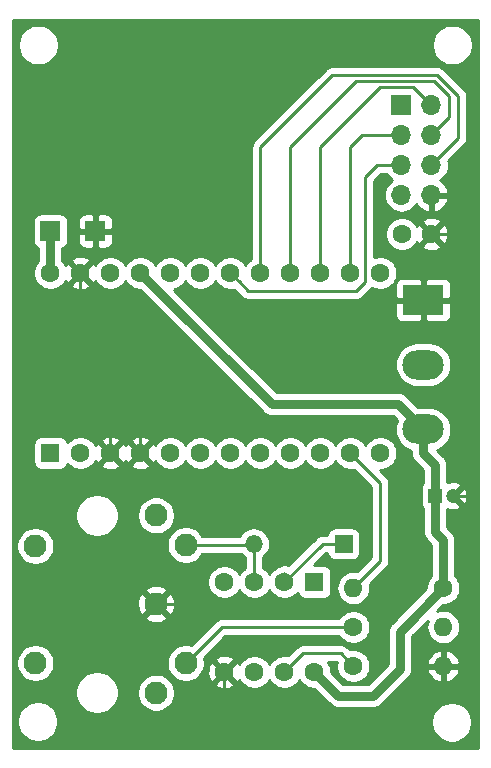
<source format=gbr>
G04 #@! TF.GenerationSoftware,KiCad,Pcbnew,(5.1.4-0-10_14)*
G04 #@! TF.CreationDate,2020-01-13T15:42:18-06:00*
G04 #@! TF.ProjectId,MIDI_TRANSMITTER,4d494449-5f54-4524-914e-534d49545445,rev?*
G04 #@! TF.SameCoordinates,Original*
G04 #@! TF.FileFunction,Copper,L1,Top*
G04 #@! TF.FilePolarity,Positive*
%FSLAX46Y46*%
G04 Gerber Fmt 4.6, Leading zero omitted, Abs format (unit mm)*
G04 Created by KiCad (PCBNEW (5.1.4-0-10_14)) date 2020-01-13 15:42:18*
%MOMM*%
%LPD*%
G04 APERTURE LIST*
%ADD10C,1.600000*%
%ADD11R,1.600000X1.600000*%
%ADD12O,1.500000X1.500000*%
%ADD13R,1.500000X1.500000*%
%ADD14O,1.600000X1.600000*%
%ADD15C,1.950000*%
%ADD16O,3.500000X2.500000*%
%ADD17R,3.500000X2.500000*%
%ADD18O,1.700000X1.700000*%
%ADD19R,1.700000X1.700000*%
%ADD20C,1.200000*%
%ADD21R,1.200000X1.200000*%
%ADD22C,0.800000*%
%ADD23C,0.750000*%
%ADD24C,0.250000*%
%ADD25C,0.254000*%
G04 APERTURE END LIST*
D10*
X137922000Y-105918000D03*
X135382000Y-105918000D03*
X132842000Y-105918000D03*
X130302000Y-105918000D03*
X130302000Y-98298000D03*
X132842000Y-98298000D03*
X135382000Y-98298000D03*
D11*
X137922000Y-98298000D03*
D12*
X132778500Y-95059500D03*
D13*
X140398500Y-95059500D03*
D14*
X141224000Y-98806000D03*
D10*
X148844000Y-98806000D03*
D15*
X127020000Y-105166000D03*
X124520000Y-107666000D03*
X127020000Y-95166000D03*
X114300000Y-105156000D03*
X124520000Y-92666000D03*
X114300000Y-95250000D03*
X124520000Y-100166000D03*
D16*
X147129500Y-85372000D03*
X147129500Y-79897000D03*
D17*
X147129500Y-74422000D03*
D10*
X115570000Y-72136000D03*
X118110000Y-72136000D03*
X120650000Y-72136000D03*
X123190000Y-72136000D03*
X125730000Y-72136000D03*
X128270000Y-72136000D03*
X130810000Y-72136000D03*
X133350000Y-72136000D03*
X135890000Y-72136000D03*
X138430000Y-72136000D03*
X140970000Y-72136000D03*
X143510000Y-72136000D03*
X143510000Y-87376000D03*
X140970000Y-87376000D03*
X138430000Y-87376000D03*
X135890000Y-87376000D03*
X133350000Y-87376000D03*
X130810000Y-87376000D03*
X128270000Y-87376000D03*
X125730000Y-87376000D03*
X123190000Y-87376000D03*
X120650000Y-87376000D03*
X118110000Y-87376000D03*
D11*
X115570000Y-87376000D03*
D14*
X148844000Y-102108000D03*
D10*
X141224000Y-102108000D03*
D14*
X148844000Y-105410000D03*
D10*
X141224000Y-105410000D03*
D18*
X147828000Y-65532000D03*
X145288000Y-65532000D03*
X147828000Y-62992000D03*
X145288000Y-62992000D03*
X147828000Y-60452000D03*
X145288000Y-60452000D03*
X147828000Y-57912000D03*
D19*
X145288000Y-57912000D03*
X119380000Y-68580000D03*
X115570000Y-68580000D03*
D20*
X149645500Y-90995500D03*
D21*
X148145500Y-90995500D03*
D10*
X145328000Y-68834000D03*
X147828000Y-68834000D03*
D22*
X118110000Y-73914000D03*
X120650000Y-85598000D03*
X123190000Y-85598000D03*
X130302000Y-107696000D03*
X149606000Y-68834000D03*
X149606000Y-65532000D03*
X121666000Y-68580000D03*
X126492000Y-100330000D03*
X147066000Y-105410000D03*
X144589500Y-74422000D03*
X151257000Y-90995500D03*
D23*
X145328000Y-65572000D02*
X145288000Y-65532000D01*
D24*
X118110000Y-72136000D02*
X118110000Y-73914000D01*
X120650000Y-87376000D02*
X120650000Y-85598000D01*
X123190000Y-87376000D02*
X123190000Y-85598000D01*
X130302000Y-107696000D02*
X130302000Y-105918000D01*
X147828000Y-65532000D02*
X149606000Y-65532000D01*
X147828000Y-68834000D02*
X149606000Y-68834000D01*
X119380000Y-68580000D02*
X121666000Y-68580000D01*
X126328000Y-100166000D02*
X126492000Y-100330000D01*
X124520000Y-100166000D02*
X126328000Y-100166000D01*
X148844000Y-105410000D02*
X147066000Y-105410000D01*
X145129500Y-74422000D02*
X144589500Y-74422000D01*
X147129500Y-74422000D02*
X145129500Y-74422000D01*
X149645500Y-90995500D02*
X151257000Y-90995500D01*
D23*
X139954000Y-107950000D02*
X137922000Y-105918000D01*
X142875000Y-107950000D02*
X139954000Y-107950000D01*
X145161000Y-105664000D02*
X142875000Y-107950000D01*
X145161000Y-102489000D02*
X145161000Y-105664000D01*
X148844000Y-98806000D02*
X145161000Y-102489000D01*
X148145500Y-88388000D02*
X148145500Y-90995500D01*
X147129500Y-87372000D02*
X148145500Y-88388000D01*
X147129500Y-85372000D02*
X147129500Y-87372000D01*
X148145500Y-94043500D02*
X148145500Y-90995500D01*
X148844000Y-94742000D02*
X148145500Y-94043500D01*
X148844000Y-98806000D02*
X148844000Y-94742000D01*
X145006000Y-83248500D02*
X147129500Y-85372000D01*
X134302500Y-83248500D02*
X145006000Y-83248500D01*
X123190000Y-72136000D02*
X134302500Y-83248500D01*
D24*
X132672000Y-95166000D02*
X132778500Y-95059500D01*
X127020000Y-95166000D02*
X132672000Y-95166000D01*
X132842000Y-95123000D02*
X132778500Y-95059500D01*
X132842000Y-98298000D02*
X132842000Y-95123000D01*
X135382000Y-97552000D02*
X135382000Y-98298000D01*
X138620500Y-95059500D02*
X135382000Y-98298000D01*
X140398500Y-95059500D02*
X138620500Y-95059500D01*
D23*
X115824000Y-71882000D02*
X115570000Y-72136000D01*
X115570000Y-68580000D02*
X115570000Y-72136000D01*
D24*
X148677999Y-62142001D02*
X147828000Y-62992000D01*
X150114000Y-60706000D02*
X148677999Y-62142001D01*
X148336000Y-55372000D02*
X150114000Y-57150000D01*
X150114000Y-57150000D02*
X150114000Y-60706000D01*
X133350000Y-72136000D02*
X133350000Y-61468000D01*
X139446000Y-55372000D02*
X148336000Y-55372000D01*
X133350000Y-61468000D02*
X139446000Y-55372000D01*
X131609999Y-72935999D02*
X130810000Y-72136000D01*
X132334000Y-73660000D02*
X131609999Y-72935999D01*
X143256000Y-62992000D02*
X142240000Y-64008000D01*
X141478000Y-73660000D02*
X132334000Y-73660000D01*
X142240000Y-64008000D02*
X142240000Y-72898000D01*
X142240000Y-72898000D02*
X141478000Y-73660000D01*
X145288000Y-62992000D02*
X143256000Y-62992000D01*
X148677999Y-59602001D02*
X147828000Y-60452000D01*
X149352000Y-58928000D02*
X148677999Y-59602001D01*
X148082000Y-55880000D02*
X149352000Y-57150000D01*
X149352000Y-57150000D02*
X149352000Y-58928000D01*
X141478000Y-55880000D02*
X148082000Y-55880000D01*
X135890000Y-61468000D02*
X141478000Y-55880000D01*
X135890000Y-72136000D02*
X135890000Y-61468000D01*
X141986000Y-60452000D02*
X145288000Y-60452000D01*
X140970000Y-61468000D02*
X141986000Y-60452000D01*
X140970000Y-72136000D02*
X140970000Y-61468000D01*
X146978001Y-57062001D02*
X147828000Y-57912000D01*
X146304000Y-56388000D02*
X146978001Y-57062001D01*
X138430000Y-61468000D02*
X143510000Y-56388000D01*
X143510000Y-56388000D02*
X146304000Y-56388000D01*
X138430000Y-72136000D02*
X138430000Y-61468000D01*
X140970000Y-87376000D02*
X143510000Y-89916000D01*
X143510000Y-96520000D02*
X141224000Y-98806000D01*
X143510000Y-89916000D02*
X143510000Y-96520000D01*
X136969500Y-104330500D02*
X140144500Y-104330500D01*
X140144500Y-104330500D02*
X141224000Y-105410000D01*
X135382000Y-105918000D02*
X136969500Y-104330500D01*
X130078000Y-102108000D02*
X141224000Y-102108000D01*
X127020000Y-105166000D02*
X130078000Y-102108000D01*
D25*
G36*
X151740001Y-52037572D02*
G01*
X151740000Y-52037582D01*
X151740001Y-53307572D01*
X151740000Y-53307582D01*
X151740001Y-112370000D01*
X112420000Y-112370000D01*
X112420000Y-109938117D01*
X112755500Y-109938117D01*
X112755500Y-110279883D01*
X112822175Y-110615081D01*
X112952963Y-110930831D01*
X113142837Y-111214998D01*
X113384502Y-111456663D01*
X113668669Y-111646537D01*
X113984419Y-111777325D01*
X114319617Y-111844000D01*
X114661383Y-111844000D01*
X114996581Y-111777325D01*
X115312331Y-111646537D01*
X115596498Y-111456663D01*
X115838163Y-111214998D01*
X116028037Y-110930831D01*
X116158825Y-110615081D01*
X116225500Y-110279883D01*
X116225500Y-110001617D01*
X147807500Y-110001617D01*
X147807500Y-110343383D01*
X147874175Y-110678581D01*
X148004963Y-110994331D01*
X148194837Y-111278498D01*
X148436502Y-111520163D01*
X148720669Y-111710037D01*
X149036419Y-111840825D01*
X149371617Y-111907500D01*
X149713383Y-111907500D01*
X150048581Y-111840825D01*
X150364331Y-111710037D01*
X150648498Y-111520163D01*
X150890163Y-111278498D01*
X151080037Y-110994331D01*
X151210825Y-110678581D01*
X151277500Y-110343383D01*
X151277500Y-110001617D01*
X151210825Y-109666419D01*
X151080037Y-109350669D01*
X150890163Y-109066502D01*
X150648498Y-108824837D01*
X150364331Y-108634963D01*
X150048581Y-108504175D01*
X149713383Y-108437500D01*
X149371617Y-108437500D01*
X149036419Y-108504175D01*
X148720669Y-108634963D01*
X148436502Y-108824837D01*
X148194837Y-109066502D01*
X148004963Y-109350669D01*
X147874175Y-109666419D01*
X147807500Y-110001617D01*
X116225500Y-110001617D01*
X116225500Y-109938117D01*
X116158825Y-109602919D01*
X116028037Y-109287169D01*
X115838163Y-109003002D01*
X115596498Y-108761337D01*
X115312331Y-108571463D01*
X114996581Y-108440675D01*
X114661383Y-108374000D01*
X114319617Y-108374000D01*
X113984419Y-108440675D01*
X113668669Y-108571463D01*
X113384502Y-108761337D01*
X113142837Y-109003002D01*
X112952963Y-109287169D01*
X112822175Y-109602919D01*
X112755500Y-109938117D01*
X112420000Y-109938117D01*
X112420000Y-107485268D01*
X117685000Y-107485268D01*
X117685000Y-107846732D01*
X117755518Y-108201250D01*
X117893844Y-108535199D01*
X118094662Y-108835744D01*
X118350256Y-109091338D01*
X118650801Y-109292156D01*
X118984750Y-109430482D01*
X119339268Y-109501000D01*
X119700732Y-109501000D01*
X120055250Y-109430482D01*
X120389199Y-109292156D01*
X120689744Y-109091338D01*
X120945338Y-108835744D01*
X121146156Y-108535199D01*
X121284482Y-108201250D01*
X121355000Y-107846732D01*
X121355000Y-107507429D01*
X122910000Y-107507429D01*
X122910000Y-107824571D01*
X122971871Y-108135620D01*
X123093237Y-108428621D01*
X123269431Y-108692315D01*
X123493685Y-108916569D01*
X123757379Y-109092763D01*
X124050380Y-109214129D01*
X124361429Y-109276000D01*
X124678571Y-109276000D01*
X124989620Y-109214129D01*
X125282621Y-109092763D01*
X125546315Y-108916569D01*
X125770569Y-108692315D01*
X125946763Y-108428621D01*
X126068129Y-108135620D01*
X126130000Y-107824571D01*
X126130000Y-107507429D01*
X126068129Y-107196380D01*
X125949797Y-106910702D01*
X129488903Y-106910702D01*
X129560486Y-107154671D01*
X129815996Y-107275571D01*
X130090184Y-107344300D01*
X130372512Y-107358217D01*
X130652130Y-107316787D01*
X130918292Y-107221603D01*
X131043514Y-107154671D01*
X131115097Y-106910702D01*
X130302000Y-106097605D01*
X129488903Y-106910702D01*
X125949797Y-106910702D01*
X125946763Y-106903379D01*
X125770569Y-106639685D01*
X125546315Y-106415431D01*
X125282621Y-106239237D01*
X124989620Y-106117871D01*
X124678571Y-106056000D01*
X124361429Y-106056000D01*
X124050380Y-106117871D01*
X123757379Y-106239237D01*
X123493685Y-106415431D01*
X123269431Y-106639685D01*
X123093237Y-106903379D01*
X122971871Y-107196380D01*
X122910000Y-107507429D01*
X121355000Y-107507429D01*
X121355000Y-107485268D01*
X121284482Y-107130750D01*
X121146156Y-106796801D01*
X120945338Y-106496256D01*
X120689744Y-106240662D01*
X120389199Y-106039844D01*
X120055250Y-105901518D01*
X119700732Y-105831000D01*
X119339268Y-105831000D01*
X118984750Y-105901518D01*
X118650801Y-106039844D01*
X118350256Y-106240662D01*
X118094662Y-106496256D01*
X117893844Y-106796801D01*
X117755518Y-107130750D01*
X117685000Y-107485268D01*
X112420000Y-107485268D01*
X112420000Y-104997429D01*
X112690000Y-104997429D01*
X112690000Y-105314571D01*
X112751871Y-105625620D01*
X112873237Y-105918621D01*
X113049431Y-106182315D01*
X113273685Y-106406569D01*
X113537379Y-106582763D01*
X113830380Y-106704129D01*
X114141429Y-106766000D01*
X114458571Y-106766000D01*
X114769620Y-106704129D01*
X115062621Y-106582763D01*
X115326315Y-106406569D01*
X115550569Y-106182315D01*
X115726763Y-105918621D01*
X115848129Y-105625620D01*
X115910000Y-105314571D01*
X115910000Y-105007429D01*
X125410000Y-105007429D01*
X125410000Y-105324571D01*
X125471871Y-105635620D01*
X125593237Y-105928621D01*
X125769431Y-106192315D01*
X125993685Y-106416569D01*
X126257379Y-106592763D01*
X126550380Y-106714129D01*
X126861429Y-106776000D01*
X127178571Y-106776000D01*
X127489620Y-106714129D01*
X127782621Y-106592763D01*
X128046315Y-106416569D01*
X128270569Y-106192315D01*
X128406745Y-105988512D01*
X128861783Y-105988512D01*
X128903213Y-106268130D01*
X128998397Y-106534292D01*
X129065329Y-106659514D01*
X129309298Y-106731097D01*
X130122395Y-105918000D01*
X129309298Y-105104903D01*
X129065329Y-105176486D01*
X128944429Y-105431996D01*
X128875700Y-105706184D01*
X128861783Y-105988512D01*
X128406745Y-105988512D01*
X128446763Y-105928621D01*
X128568129Y-105635620D01*
X128630000Y-105324571D01*
X128630000Y-105007429D01*
X128613664Y-104925298D01*
X129488903Y-104925298D01*
X130302000Y-105738395D01*
X131115097Y-104925298D01*
X131043514Y-104681329D01*
X130788004Y-104560429D01*
X130513816Y-104491700D01*
X130231488Y-104477783D01*
X129951870Y-104519213D01*
X129685708Y-104614397D01*
X129560486Y-104681329D01*
X129488903Y-104925298D01*
X128613664Y-104925298D01*
X128568129Y-104696380D01*
X128567043Y-104693758D01*
X130392802Y-102868000D01*
X140005957Y-102868000D01*
X140109363Y-103022759D01*
X140309241Y-103222637D01*
X140544273Y-103379680D01*
X140805426Y-103487853D01*
X141082665Y-103543000D01*
X141365335Y-103543000D01*
X141642574Y-103487853D01*
X141903727Y-103379680D01*
X142138759Y-103222637D01*
X142338637Y-103022759D01*
X142495680Y-102787727D01*
X142603853Y-102526574D01*
X142659000Y-102249335D01*
X142659000Y-101966665D01*
X142603853Y-101689426D01*
X142495680Y-101428273D01*
X142338637Y-101193241D01*
X142138759Y-100993363D01*
X141903727Y-100836320D01*
X141642574Y-100728147D01*
X141365335Y-100673000D01*
X141082665Y-100673000D01*
X140805426Y-100728147D01*
X140544273Y-100836320D01*
X140309241Y-100993363D01*
X140109363Y-101193241D01*
X140005957Y-101348000D01*
X130115322Y-101348000D01*
X130077999Y-101344324D01*
X130040676Y-101348000D01*
X130040667Y-101348000D01*
X129929014Y-101358997D01*
X129785753Y-101402454D01*
X129653723Y-101473026D01*
X129628636Y-101493615D01*
X129537999Y-101567999D01*
X129514201Y-101596997D01*
X127492242Y-103618957D01*
X127489620Y-103617871D01*
X127178571Y-103556000D01*
X126861429Y-103556000D01*
X126550380Y-103617871D01*
X126257379Y-103739237D01*
X125993685Y-103915431D01*
X125769431Y-104139685D01*
X125593237Y-104403379D01*
X125471871Y-104696380D01*
X125410000Y-105007429D01*
X115910000Y-105007429D01*
X115910000Y-104997429D01*
X115848129Y-104686380D01*
X115726763Y-104393379D01*
X115550569Y-104129685D01*
X115326315Y-103905431D01*
X115062621Y-103729237D01*
X114769620Y-103607871D01*
X114458571Y-103546000D01*
X114141429Y-103546000D01*
X113830380Y-103607871D01*
X113537379Y-103729237D01*
X113273685Y-103905431D01*
X113049431Y-104129685D01*
X112873237Y-104393379D01*
X112751871Y-104686380D01*
X112690000Y-104997429D01*
X112420000Y-104997429D01*
X112420000Y-101283584D01*
X123582021Y-101283584D01*
X123674766Y-101545429D01*
X123960120Y-101683820D01*
X124266990Y-101763883D01*
X124583584Y-101782540D01*
X124897733Y-101739074D01*
X125197367Y-101635156D01*
X125365234Y-101545429D01*
X125457979Y-101283584D01*
X124520000Y-100345605D01*
X123582021Y-101283584D01*
X112420000Y-101283584D01*
X112420000Y-100229584D01*
X122903460Y-100229584D01*
X122946926Y-100543733D01*
X123050844Y-100843367D01*
X123140571Y-101011234D01*
X123402416Y-101103979D01*
X124340395Y-100166000D01*
X124699605Y-100166000D01*
X125637584Y-101103979D01*
X125899429Y-101011234D01*
X126037820Y-100725880D01*
X126117883Y-100419010D01*
X126136540Y-100102416D01*
X126093074Y-99788267D01*
X125989156Y-99488633D01*
X125899429Y-99320766D01*
X125637584Y-99228021D01*
X124699605Y-100166000D01*
X124340395Y-100166000D01*
X123402416Y-99228021D01*
X123140571Y-99320766D01*
X123002180Y-99606120D01*
X122922117Y-99912990D01*
X122903460Y-100229584D01*
X112420000Y-100229584D01*
X112420000Y-99048416D01*
X123582021Y-99048416D01*
X124520000Y-99986395D01*
X125457979Y-99048416D01*
X125365234Y-98786571D01*
X125079880Y-98648180D01*
X124773010Y-98568117D01*
X124456416Y-98549460D01*
X124142267Y-98592926D01*
X123842633Y-98696844D01*
X123674766Y-98786571D01*
X123582021Y-99048416D01*
X112420000Y-99048416D01*
X112420000Y-95091429D01*
X112690000Y-95091429D01*
X112690000Y-95408571D01*
X112751871Y-95719620D01*
X112873237Y-96012621D01*
X113049431Y-96276315D01*
X113273685Y-96500569D01*
X113537379Y-96676763D01*
X113830380Y-96798129D01*
X114141429Y-96860000D01*
X114458571Y-96860000D01*
X114769620Y-96798129D01*
X115062621Y-96676763D01*
X115326315Y-96500569D01*
X115550569Y-96276315D01*
X115726763Y-96012621D01*
X115848129Y-95719620D01*
X115910000Y-95408571D01*
X115910000Y-95091429D01*
X115893292Y-95007429D01*
X125410000Y-95007429D01*
X125410000Y-95324571D01*
X125471871Y-95635620D01*
X125593237Y-95928621D01*
X125769431Y-96192315D01*
X125993685Y-96416569D01*
X126257379Y-96592763D01*
X126550380Y-96714129D01*
X126861429Y-96776000D01*
X127178571Y-96776000D01*
X127489620Y-96714129D01*
X127782621Y-96592763D01*
X128046315Y-96416569D01*
X128270569Y-96192315D01*
X128446763Y-95928621D01*
X128447849Y-95926000D01*
X131697922Y-95926000D01*
X131794419Y-96043581D01*
X132005312Y-96216657D01*
X132082001Y-96257648D01*
X132082000Y-97079956D01*
X131927241Y-97183363D01*
X131727363Y-97383241D01*
X131572000Y-97615759D01*
X131416637Y-97383241D01*
X131216759Y-97183363D01*
X130981727Y-97026320D01*
X130720574Y-96918147D01*
X130443335Y-96863000D01*
X130160665Y-96863000D01*
X129883426Y-96918147D01*
X129622273Y-97026320D01*
X129387241Y-97183363D01*
X129187363Y-97383241D01*
X129030320Y-97618273D01*
X128922147Y-97879426D01*
X128867000Y-98156665D01*
X128867000Y-98439335D01*
X128922147Y-98716574D01*
X129030320Y-98977727D01*
X129187363Y-99212759D01*
X129387241Y-99412637D01*
X129622273Y-99569680D01*
X129883426Y-99677853D01*
X130160665Y-99733000D01*
X130443335Y-99733000D01*
X130720574Y-99677853D01*
X130981727Y-99569680D01*
X131216759Y-99412637D01*
X131416637Y-99212759D01*
X131572000Y-98980241D01*
X131727363Y-99212759D01*
X131927241Y-99412637D01*
X132162273Y-99569680D01*
X132423426Y-99677853D01*
X132700665Y-99733000D01*
X132983335Y-99733000D01*
X133260574Y-99677853D01*
X133521727Y-99569680D01*
X133756759Y-99412637D01*
X133956637Y-99212759D01*
X134112000Y-98980241D01*
X134267363Y-99212759D01*
X134467241Y-99412637D01*
X134702273Y-99569680D01*
X134963426Y-99677853D01*
X135240665Y-99733000D01*
X135523335Y-99733000D01*
X135800574Y-99677853D01*
X136061727Y-99569680D01*
X136296759Y-99412637D01*
X136495357Y-99214039D01*
X136496188Y-99222482D01*
X136532498Y-99342180D01*
X136591463Y-99452494D01*
X136670815Y-99549185D01*
X136767506Y-99628537D01*
X136877820Y-99687502D01*
X136997518Y-99723812D01*
X137122000Y-99736072D01*
X138722000Y-99736072D01*
X138846482Y-99723812D01*
X138966180Y-99687502D01*
X139076494Y-99628537D01*
X139173185Y-99549185D01*
X139252537Y-99452494D01*
X139311502Y-99342180D01*
X139347812Y-99222482D01*
X139360072Y-99098000D01*
X139360072Y-97498000D01*
X139347812Y-97373518D01*
X139311502Y-97253820D01*
X139252537Y-97143506D01*
X139173185Y-97046815D01*
X139076494Y-96967463D01*
X138966180Y-96908498D01*
X138846482Y-96872188D01*
X138722000Y-96859928D01*
X137894874Y-96859928D01*
X138935302Y-95819500D01*
X139011413Y-95819500D01*
X139022688Y-95933982D01*
X139058998Y-96053680D01*
X139117963Y-96163994D01*
X139197315Y-96260685D01*
X139294006Y-96340037D01*
X139404320Y-96399002D01*
X139524018Y-96435312D01*
X139648500Y-96447572D01*
X141148500Y-96447572D01*
X141272982Y-96435312D01*
X141392680Y-96399002D01*
X141502994Y-96340037D01*
X141599685Y-96260685D01*
X141679037Y-96163994D01*
X141738002Y-96053680D01*
X141774312Y-95933982D01*
X141786572Y-95809500D01*
X141786572Y-94309500D01*
X141774312Y-94185018D01*
X141738002Y-94065320D01*
X141679037Y-93955006D01*
X141599685Y-93858315D01*
X141502994Y-93778963D01*
X141392680Y-93719998D01*
X141272982Y-93683688D01*
X141148500Y-93671428D01*
X139648500Y-93671428D01*
X139524018Y-93683688D01*
X139404320Y-93719998D01*
X139294006Y-93778963D01*
X139197315Y-93858315D01*
X139117963Y-93955006D01*
X139058998Y-94065320D01*
X139022688Y-94185018D01*
X139011413Y-94299500D01*
X138657833Y-94299500D01*
X138620500Y-94295823D01*
X138583167Y-94299500D01*
X138471514Y-94310497D01*
X138328253Y-94353954D01*
X138196224Y-94424526D01*
X138080499Y-94519499D01*
X138056701Y-94548497D01*
X135729311Y-96875887D01*
X135674246Y-96846454D01*
X135530985Y-96802997D01*
X135382000Y-96788323D01*
X135233014Y-96802997D01*
X135089753Y-96846454D01*
X134957724Y-96917026D01*
X134949155Y-96924058D01*
X134702273Y-97026320D01*
X134467241Y-97183363D01*
X134267363Y-97383241D01*
X134112000Y-97615759D01*
X133956637Y-97383241D01*
X133756759Y-97183363D01*
X133602000Y-97079957D01*
X133602000Y-96175367D01*
X133762581Y-96043581D01*
X133935657Y-95832688D01*
X134064264Y-95592081D01*
X134143460Y-95331007D01*
X134170201Y-95059500D01*
X134143460Y-94787993D01*
X134064264Y-94526919D01*
X133935657Y-94286312D01*
X133762581Y-94075419D01*
X133551688Y-93902343D01*
X133311081Y-93773736D01*
X133050007Y-93694540D01*
X132846537Y-93674500D01*
X132710463Y-93674500D01*
X132506993Y-93694540D01*
X132245919Y-93773736D01*
X132005312Y-93902343D01*
X131794419Y-94075419D01*
X131621343Y-94286312D01*
X131557368Y-94406000D01*
X128447849Y-94406000D01*
X128446763Y-94403379D01*
X128270569Y-94139685D01*
X128046315Y-93915431D01*
X127782621Y-93739237D01*
X127489620Y-93617871D01*
X127178571Y-93556000D01*
X126861429Y-93556000D01*
X126550380Y-93617871D01*
X126257379Y-93739237D01*
X125993685Y-93915431D01*
X125769431Y-94139685D01*
X125593237Y-94403379D01*
X125471871Y-94696380D01*
X125410000Y-95007429D01*
X115893292Y-95007429D01*
X115848129Y-94780380D01*
X115726763Y-94487379D01*
X115550569Y-94223685D01*
X115326315Y-93999431D01*
X115062621Y-93823237D01*
X114769620Y-93701871D01*
X114458571Y-93640000D01*
X114141429Y-93640000D01*
X113830380Y-93701871D01*
X113537379Y-93823237D01*
X113273685Y-93999431D01*
X113049431Y-94223685D01*
X112873237Y-94487379D01*
X112751871Y-94780380D01*
X112690000Y-95091429D01*
X112420000Y-95091429D01*
X112420000Y-92485268D01*
X117685000Y-92485268D01*
X117685000Y-92846732D01*
X117755518Y-93201250D01*
X117893844Y-93535199D01*
X118094662Y-93835744D01*
X118350256Y-94091338D01*
X118650801Y-94292156D01*
X118984750Y-94430482D01*
X119339268Y-94501000D01*
X119700732Y-94501000D01*
X120055250Y-94430482D01*
X120389199Y-94292156D01*
X120689744Y-94091338D01*
X120945338Y-93835744D01*
X121146156Y-93535199D01*
X121284482Y-93201250D01*
X121355000Y-92846732D01*
X121355000Y-92507429D01*
X122910000Y-92507429D01*
X122910000Y-92824571D01*
X122971871Y-93135620D01*
X123093237Y-93428621D01*
X123269431Y-93692315D01*
X123493685Y-93916569D01*
X123757379Y-94092763D01*
X124050380Y-94214129D01*
X124361429Y-94276000D01*
X124678571Y-94276000D01*
X124989620Y-94214129D01*
X125282621Y-94092763D01*
X125546315Y-93916569D01*
X125770569Y-93692315D01*
X125946763Y-93428621D01*
X126068129Y-93135620D01*
X126130000Y-92824571D01*
X126130000Y-92507429D01*
X126068129Y-92196380D01*
X125946763Y-91903379D01*
X125770569Y-91639685D01*
X125546315Y-91415431D01*
X125282621Y-91239237D01*
X124989620Y-91117871D01*
X124678571Y-91056000D01*
X124361429Y-91056000D01*
X124050380Y-91117871D01*
X123757379Y-91239237D01*
X123493685Y-91415431D01*
X123269431Y-91639685D01*
X123093237Y-91903379D01*
X122971871Y-92196380D01*
X122910000Y-92507429D01*
X121355000Y-92507429D01*
X121355000Y-92485268D01*
X121284482Y-92130750D01*
X121146156Y-91796801D01*
X120945338Y-91496256D01*
X120689744Y-91240662D01*
X120389199Y-91039844D01*
X120055250Y-90901518D01*
X119700732Y-90831000D01*
X119339268Y-90831000D01*
X118984750Y-90901518D01*
X118650801Y-91039844D01*
X118350256Y-91240662D01*
X118094662Y-91496256D01*
X117893844Y-91796801D01*
X117755518Y-92130750D01*
X117685000Y-92485268D01*
X112420000Y-92485268D01*
X112420000Y-86576000D01*
X114131928Y-86576000D01*
X114131928Y-88176000D01*
X114144188Y-88300482D01*
X114180498Y-88420180D01*
X114239463Y-88530494D01*
X114318815Y-88627185D01*
X114415506Y-88706537D01*
X114525820Y-88765502D01*
X114645518Y-88801812D01*
X114770000Y-88814072D01*
X116370000Y-88814072D01*
X116494482Y-88801812D01*
X116614180Y-88765502D01*
X116724494Y-88706537D01*
X116821185Y-88627185D01*
X116900537Y-88530494D01*
X116959502Y-88420180D01*
X116995812Y-88300482D01*
X116996643Y-88292039D01*
X117195241Y-88490637D01*
X117430273Y-88647680D01*
X117691426Y-88755853D01*
X117968665Y-88811000D01*
X118251335Y-88811000D01*
X118528574Y-88755853D01*
X118789727Y-88647680D01*
X119024759Y-88490637D01*
X119146694Y-88368702D01*
X119836903Y-88368702D01*
X119908486Y-88612671D01*
X120163996Y-88733571D01*
X120438184Y-88802300D01*
X120720512Y-88816217D01*
X121000130Y-88774787D01*
X121266292Y-88679603D01*
X121391514Y-88612671D01*
X121463097Y-88368702D01*
X122376903Y-88368702D01*
X122448486Y-88612671D01*
X122703996Y-88733571D01*
X122978184Y-88802300D01*
X123260512Y-88816217D01*
X123540130Y-88774787D01*
X123806292Y-88679603D01*
X123931514Y-88612671D01*
X124003097Y-88368702D01*
X123190000Y-87555605D01*
X122376903Y-88368702D01*
X121463097Y-88368702D01*
X120650000Y-87555605D01*
X119836903Y-88368702D01*
X119146694Y-88368702D01*
X119224637Y-88290759D01*
X119380915Y-88056872D01*
X119413329Y-88117514D01*
X119657298Y-88189097D01*
X120470395Y-87376000D01*
X120829605Y-87376000D01*
X121642702Y-88189097D01*
X121886671Y-88117514D01*
X121917971Y-88051364D01*
X121953329Y-88117514D01*
X122197298Y-88189097D01*
X123010395Y-87376000D01*
X123369605Y-87376000D01*
X124182702Y-88189097D01*
X124426671Y-88117514D01*
X124457194Y-88053008D01*
X124458320Y-88055727D01*
X124615363Y-88290759D01*
X124815241Y-88490637D01*
X125050273Y-88647680D01*
X125311426Y-88755853D01*
X125588665Y-88811000D01*
X125871335Y-88811000D01*
X126148574Y-88755853D01*
X126409727Y-88647680D01*
X126644759Y-88490637D01*
X126844637Y-88290759D01*
X127000000Y-88058241D01*
X127155363Y-88290759D01*
X127355241Y-88490637D01*
X127590273Y-88647680D01*
X127851426Y-88755853D01*
X128128665Y-88811000D01*
X128411335Y-88811000D01*
X128688574Y-88755853D01*
X128949727Y-88647680D01*
X129184759Y-88490637D01*
X129384637Y-88290759D01*
X129540000Y-88058241D01*
X129695363Y-88290759D01*
X129895241Y-88490637D01*
X130130273Y-88647680D01*
X130391426Y-88755853D01*
X130668665Y-88811000D01*
X130951335Y-88811000D01*
X131228574Y-88755853D01*
X131489727Y-88647680D01*
X131724759Y-88490637D01*
X131924637Y-88290759D01*
X132080000Y-88058241D01*
X132235363Y-88290759D01*
X132435241Y-88490637D01*
X132670273Y-88647680D01*
X132931426Y-88755853D01*
X133208665Y-88811000D01*
X133491335Y-88811000D01*
X133768574Y-88755853D01*
X134029727Y-88647680D01*
X134264759Y-88490637D01*
X134464637Y-88290759D01*
X134620000Y-88058241D01*
X134775363Y-88290759D01*
X134975241Y-88490637D01*
X135210273Y-88647680D01*
X135471426Y-88755853D01*
X135748665Y-88811000D01*
X136031335Y-88811000D01*
X136308574Y-88755853D01*
X136569727Y-88647680D01*
X136804759Y-88490637D01*
X137004637Y-88290759D01*
X137160000Y-88058241D01*
X137315363Y-88290759D01*
X137515241Y-88490637D01*
X137750273Y-88647680D01*
X138011426Y-88755853D01*
X138288665Y-88811000D01*
X138571335Y-88811000D01*
X138848574Y-88755853D01*
X139109727Y-88647680D01*
X139344759Y-88490637D01*
X139544637Y-88290759D01*
X139700000Y-88058241D01*
X139855363Y-88290759D01*
X140055241Y-88490637D01*
X140290273Y-88647680D01*
X140551426Y-88755853D01*
X140828665Y-88811000D01*
X141111335Y-88811000D01*
X141293886Y-88774688D01*
X142750000Y-90230803D01*
X142750001Y-96205197D01*
X141549906Y-97405292D01*
X141505309Y-97391764D01*
X141294492Y-97371000D01*
X141153508Y-97371000D01*
X140942691Y-97391764D01*
X140672192Y-97473818D01*
X140422899Y-97607068D01*
X140204392Y-97786392D01*
X140025068Y-98004899D01*
X139891818Y-98254192D01*
X139809764Y-98524691D01*
X139782057Y-98806000D01*
X139809764Y-99087309D01*
X139891818Y-99357808D01*
X140025068Y-99607101D01*
X140204392Y-99825608D01*
X140422899Y-100004932D01*
X140672192Y-100138182D01*
X140942691Y-100220236D01*
X141153508Y-100241000D01*
X141294492Y-100241000D01*
X141505309Y-100220236D01*
X141775808Y-100138182D01*
X142025101Y-100004932D01*
X142243608Y-99825608D01*
X142422932Y-99607101D01*
X142556182Y-99357808D01*
X142638236Y-99087309D01*
X142665943Y-98806000D01*
X142638236Y-98524691D01*
X142624708Y-98480094D01*
X144021003Y-97083799D01*
X144050001Y-97060001D01*
X144144974Y-96944276D01*
X144215546Y-96812247D01*
X144259003Y-96668986D01*
X144270000Y-96557333D01*
X144270000Y-96557324D01*
X144273676Y-96520001D01*
X144270000Y-96482678D01*
X144270000Y-89953322D01*
X144273676Y-89915999D01*
X144270000Y-89878676D01*
X144270000Y-89878667D01*
X144259003Y-89767014D01*
X144215546Y-89623753D01*
X144144974Y-89491724D01*
X144131811Y-89475685D01*
X144073799Y-89404996D01*
X144073795Y-89404992D01*
X144050001Y-89375999D01*
X144021009Y-89352206D01*
X143479803Y-88811000D01*
X143651335Y-88811000D01*
X143928574Y-88755853D01*
X144189727Y-88647680D01*
X144424759Y-88490637D01*
X144624637Y-88290759D01*
X144781680Y-88055727D01*
X144889853Y-87794574D01*
X144945000Y-87517335D01*
X144945000Y-87234665D01*
X144889853Y-86957426D01*
X144781680Y-86696273D01*
X144624637Y-86461241D01*
X144424759Y-86261363D01*
X144189727Y-86104320D01*
X143928574Y-85996147D01*
X143651335Y-85941000D01*
X143368665Y-85941000D01*
X143091426Y-85996147D01*
X142830273Y-86104320D01*
X142595241Y-86261363D01*
X142395363Y-86461241D01*
X142240000Y-86693759D01*
X142084637Y-86461241D01*
X141884759Y-86261363D01*
X141649727Y-86104320D01*
X141388574Y-85996147D01*
X141111335Y-85941000D01*
X140828665Y-85941000D01*
X140551426Y-85996147D01*
X140290273Y-86104320D01*
X140055241Y-86261363D01*
X139855363Y-86461241D01*
X139700000Y-86693759D01*
X139544637Y-86461241D01*
X139344759Y-86261363D01*
X139109727Y-86104320D01*
X138848574Y-85996147D01*
X138571335Y-85941000D01*
X138288665Y-85941000D01*
X138011426Y-85996147D01*
X137750273Y-86104320D01*
X137515241Y-86261363D01*
X137315363Y-86461241D01*
X137160000Y-86693759D01*
X137004637Y-86461241D01*
X136804759Y-86261363D01*
X136569727Y-86104320D01*
X136308574Y-85996147D01*
X136031335Y-85941000D01*
X135748665Y-85941000D01*
X135471426Y-85996147D01*
X135210273Y-86104320D01*
X134975241Y-86261363D01*
X134775363Y-86461241D01*
X134620000Y-86693759D01*
X134464637Y-86461241D01*
X134264759Y-86261363D01*
X134029727Y-86104320D01*
X133768574Y-85996147D01*
X133491335Y-85941000D01*
X133208665Y-85941000D01*
X132931426Y-85996147D01*
X132670273Y-86104320D01*
X132435241Y-86261363D01*
X132235363Y-86461241D01*
X132080000Y-86693759D01*
X131924637Y-86461241D01*
X131724759Y-86261363D01*
X131489727Y-86104320D01*
X131228574Y-85996147D01*
X130951335Y-85941000D01*
X130668665Y-85941000D01*
X130391426Y-85996147D01*
X130130273Y-86104320D01*
X129895241Y-86261363D01*
X129695363Y-86461241D01*
X129540000Y-86693759D01*
X129384637Y-86461241D01*
X129184759Y-86261363D01*
X128949727Y-86104320D01*
X128688574Y-85996147D01*
X128411335Y-85941000D01*
X128128665Y-85941000D01*
X127851426Y-85996147D01*
X127590273Y-86104320D01*
X127355241Y-86261363D01*
X127155363Y-86461241D01*
X127000000Y-86693759D01*
X126844637Y-86461241D01*
X126644759Y-86261363D01*
X126409727Y-86104320D01*
X126148574Y-85996147D01*
X125871335Y-85941000D01*
X125588665Y-85941000D01*
X125311426Y-85996147D01*
X125050273Y-86104320D01*
X124815241Y-86261363D01*
X124615363Y-86461241D01*
X124459085Y-86695128D01*
X124426671Y-86634486D01*
X124182702Y-86562903D01*
X123369605Y-87376000D01*
X123010395Y-87376000D01*
X122197298Y-86562903D01*
X121953329Y-86634486D01*
X121922029Y-86700636D01*
X121886671Y-86634486D01*
X121642702Y-86562903D01*
X120829605Y-87376000D01*
X120470395Y-87376000D01*
X119657298Y-86562903D01*
X119413329Y-86634486D01*
X119382806Y-86698992D01*
X119381680Y-86696273D01*
X119224637Y-86461241D01*
X119146694Y-86383298D01*
X119836903Y-86383298D01*
X120650000Y-87196395D01*
X121463097Y-86383298D01*
X122376903Y-86383298D01*
X123190000Y-87196395D01*
X124003097Y-86383298D01*
X123931514Y-86139329D01*
X123676004Y-86018429D01*
X123401816Y-85949700D01*
X123119488Y-85935783D01*
X122839870Y-85977213D01*
X122573708Y-86072397D01*
X122448486Y-86139329D01*
X122376903Y-86383298D01*
X121463097Y-86383298D01*
X121391514Y-86139329D01*
X121136004Y-86018429D01*
X120861816Y-85949700D01*
X120579488Y-85935783D01*
X120299870Y-85977213D01*
X120033708Y-86072397D01*
X119908486Y-86139329D01*
X119836903Y-86383298D01*
X119146694Y-86383298D01*
X119024759Y-86261363D01*
X118789727Y-86104320D01*
X118528574Y-85996147D01*
X118251335Y-85941000D01*
X117968665Y-85941000D01*
X117691426Y-85996147D01*
X117430273Y-86104320D01*
X117195241Y-86261363D01*
X116996643Y-86459961D01*
X116995812Y-86451518D01*
X116959502Y-86331820D01*
X116900537Y-86221506D01*
X116821185Y-86124815D01*
X116724494Y-86045463D01*
X116614180Y-85986498D01*
X116494482Y-85950188D01*
X116370000Y-85937928D01*
X114770000Y-85937928D01*
X114645518Y-85950188D01*
X114525820Y-85986498D01*
X114415506Y-86045463D01*
X114318815Y-86124815D01*
X114239463Y-86221506D01*
X114180498Y-86331820D01*
X114144188Y-86451518D01*
X114131928Y-86576000D01*
X112420000Y-86576000D01*
X112420000Y-67730000D01*
X114081928Y-67730000D01*
X114081928Y-69430000D01*
X114094188Y-69554482D01*
X114130498Y-69674180D01*
X114189463Y-69784494D01*
X114268815Y-69881185D01*
X114365506Y-69960537D01*
X114475820Y-70019502D01*
X114560000Y-70045038D01*
X114560001Y-71116603D01*
X114455363Y-71221241D01*
X114298320Y-71456273D01*
X114190147Y-71717426D01*
X114135000Y-71994665D01*
X114135000Y-72277335D01*
X114190147Y-72554574D01*
X114298320Y-72815727D01*
X114455363Y-73050759D01*
X114655241Y-73250637D01*
X114890273Y-73407680D01*
X115151426Y-73515853D01*
X115428665Y-73571000D01*
X115711335Y-73571000D01*
X115988574Y-73515853D01*
X116249727Y-73407680D01*
X116484759Y-73250637D01*
X116606694Y-73128702D01*
X117296903Y-73128702D01*
X117368486Y-73372671D01*
X117623996Y-73493571D01*
X117898184Y-73562300D01*
X118180512Y-73576217D01*
X118460130Y-73534787D01*
X118726292Y-73439603D01*
X118851514Y-73372671D01*
X118923097Y-73128702D01*
X118110000Y-72315605D01*
X117296903Y-73128702D01*
X116606694Y-73128702D01*
X116684637Y-73050759D01*
X116840915Y-72816872D01*
X116873329Y-72877514D01*
X117117298Y-72949097D01*
X117930395Y-72136000D01*
X118289605Y-72136000D01*
X119102702Y-72949097D01*
X119346671Y-72877514D01*
X119377194Y-72813008D01*
X119378320Y-72815727D01*
X119535363Y-73050759D01*
X119735241Y-73250637D01*
X119970273Y-73407680D01*
X120231426Y-73515853D01*
X120508665Y-73571000D01*
X120791335Y-73571000D01*
X121068574Y-73515853D01*
X121329727Y-73407680D01*
X121564759Y-73250637D01*
X121764637Y-73050759D01*
X121920000Y-72818241D01*
X122075363Y-73050759D01*
X122275241Y-73250637D01*
X122510273Y-73407680D01*
X122771426Y-73515853D01*
X123048665Y-73571000D01*
X123196645Y-73571000D01*
X133553239Y-83927594D01*
X133584867Y-83966133D01*
X133738660Y-84092347D01*
X133914120Y-84186132D01*
X134104506Y-84243885D01*
X134252892Y-84258500D01*
X134252894Y-84258500D01*
X134302499Y-84263386D01*
X134352104Y-84258500D01*
X144587645Y-84258500D01*
X144913257Y-84584112D01*
X144879561Y-84647152D01*
X144771775Y-85002476D01*
X144735380Y-85372000D01*
X144771775Y-85741524D01*
X144879561Y-86096848D01*
X145054597Y-86424317D01*
X145290155Y-86711345D01*
X145577183Y-86946903D01*
X145904652Y-87121939D01*
X146119501Y-87187112D01*
X146119501Y-87322383D01*
X146114614Y-87372000D01*
X146134115Y-87569994D01*
X146191868Y-87760379D01*
X146225959Y-87824159D01*
X146285654Y-87935840D01*
X146411868Y-88089633D01*
X146450401Y-88121256D01*
X147135500Y-88806356D01*
X147135501Y-89910515D01*
X147094315Y-89944315D01*
X147014963Y-90041006D01*
X146955998Y-90151320D01*
X146919688Y-90271018D01*
X146907428Y-90395500D01*
X146907428Y-91595500D01*
X146919688Y-91719982D01*
X146955998Y-91839680D01*
X147014963Y-91949994D01*
X147094315Y-92046685D01*
X147135501Y-92080485D01*
X147135500Y-93993892D01*
X147130614Y-94043500D01*
X147150115Y-94241494D01*
X147165483Y-94292156D01*
X147207868Y-94431879D01*
X147301653Y-94607340D01*
X147427867Y-94761133D01*
X147466406Y-94792761D01*
X147834001Y-95160356D01*
X147834000Y-97786604D01*
X147729363Y-97891241D01*
X147572320Y-98126273D01*
X147464147Y-98387426D01*
X147409000Y-98664665D01*
X147409000Y-98812644D01*
X144481906Y-101739739D01*
X144443367Y-101771367D01*
X144317153Y-101925160D01*
X144223369Y-102100620D01*
X144223368Y-102100621D01*
X144165615Y-102291006D01*
X144146114Y-102489000D01*
X144151000Y-102538608D01*
X144151001Y-105245644D01*
X142456645Y-106940000D01*
X140372356Y-106940000D01*
X139357000Y-105924645D01*
X139357000Y-105776665D01*
X139301853Y-105499426D01*
X139193680Y-105238273D01*
X139094941Y-105090500D01*
X139824440Y-105090500D01*
X139789000Y-105268665D01*
X139789000Y-105551335D01*
X139844147Y-105828574D01*
X139952320Y-106089727D01*
X140109363Y-106324759D01*
X140309241Y-106524637D01*
X140544273Y-106681680D01*
X140805426Y-106789853D01*
X141082665Y-106845000D01*
X141365335Y-106845000D01*
X141642574Y-106789853D01*
X141903727Y-106681680D01*
X142138759Y-106524637D01*
X142338637Y-106324759D01*
X142495680Y-106089727D01*
X142603853Y-105828574D01*
X142659000Y-105551335D01*
X142659000Y-105268665D01*
X142603853Y-104991426D01*
X142495680Y-104730273D01*
X142338637Y-104495241D01*
X142138759Y-104295363D01*
X141903727Y-104138320D01*
X141642574Y-104030147D01*
X141365335Y-103975000D01*
X141082665Y-103975000D01*
X140900113Y-104011312D01*
X140708304Y-103819502D01*
X140684501Y-103790499D01*
X140568776Y-103695526D01*
X140436747Y-103624954D01*
X140293486Y-103581497D01*
X140181833Y-103570500D01*
X140181822Y-103570500D01*
X140144500Y-103566824D01*
X140107178Y-103570500D01*
X137006822Y-103570500D01*
X136969499Y-103566824D01*
X136932176Y-103570500D01*
X136932167Y-103570500D01*
X136820514Y-103581497D01*
X136700603Y-103617871D01*
X136677253Y-103624954D01*
X136545223Y-103695526D01*
X136491962Y-103739237D01*
X136429499Y-103790499D01*
X136405701Y-103819497D01*
X135705886Y-104519312D01*
X135523335Y-104483000D01*
X135240665Y-104483000D01*
X134963426Y-104538147D01*
X134702273Y-104646320D01*
X134467241Y-104803363D01*
X134267363Y-105003241D01*
X134112000Y-105235759D01*
X133956637Y-105003241D01*
X133756759Y-104803363D01*
X133521727Y-104646320D01*
X133260574Y-104538147D01*
X132983335Y-104483000D01*
X132700665Y-104483000D01*
X132423426Y-104538147D01*
X132162273Y-104646320D01*
X131927241Y-104803363D01*
X131727363Y-105003241D01*
X131571085Y-105237128D01*
X131538671Y-105176486D01*
X131294702Y-105104903D01*
X130481605Y-105918000D01*
X131294702Y-106731097D01*
X131538671Y-106659514D01*
X131569194Y-106595008D01*
X131570320Y-106597727D01*
X131727363Y-106832759D01*
X131927241Y-107032637D01*
X132162273Y-107189680D01*
X132423426Y-107297853D01*
X132700665Y-107353000D01*
X132983335Y-107353000D01*
X133260574Y-107297853D01*
X133521727Y-107189680D01*
X133756759Y-107032637D01*
X133956637Y-106832759D01*
X134112000Y-106600241D01*
X134267363Y-106832759D01*
X134467241Y-107032637D01*
X134702273Y-107189680D01*
X134963426Y-107297853D01*
X135240665Y-107353000D01*
X135523335Y-107353000D01*
X135800574Y-107297853D01*
X136061727Y-107189680D01*
X136296759Y-107032637D01*
X136496637Y-106832759D01*
X136652000Y-106600241D01*
X136807363Y-106832759D01*
X137007241Y-107032637D01*
X137242273Y-107189680D01*
X137503426Y-107297853D01*
X137780665Y-107353000D01*
X137928645Y-107353000D01*
X139204744Y-108629100D01*
X139236367Y-108667633D01*
X139390160Y-108793847D01*
X139565620Y-108887632D01*
X139756005Y-108945385D01*
X139954000Y-108964886D01*
X140003608Y-108960000D01*
X142825392Y-108960000D01*
X142875000Y-108964886D01*
X143072994Y-108945385D01*
X143263380Y-108887632D01*
X143438840Y-108793847D01*
X143592633Y-108667633D01*
X143624261Y-108629094D01*
X145840094Y-106413261D01*
X145878633Y-106381633D01*
X146004847Y-106227840D01*
X146098632Y-106052380D01*
X146156385Y-105861994D01*
X146166525Y-105759039D01*
X147452096Y-105759039D01*
X147492754Y-105893087D01*
X147612963Y-106147420D01*
X147780481Y-106373414D01*
X147988869Y-106562385D01*
X148230119Y-106707070D01*
X148494960Y-106801909D01*
X148717000Y-106680624D01*
X148717000Y-105537000D01*
X148971000Y-105537000D01*
X148971000Y-106680624D01*
X149193040Y-106801909D01*
X149457881Y-106707070D01*
X149699131Y-106562385D01*
X149907519Y-106373414D01*
X150075037Y-106147420D01*
X150195246Y-105893087D01*
X150235904Y-105759039D01*
X150113915Y-105537000D01*
X148971000Y-105537000D01*
X148717000Y-105537000D01*
X147574085Y-105537000D01*
X147452096Y-105759039D01*
X146166525Y-105759039D01*
X146171000Y-105713608D01*
X146171000Y-105713606D01*
X146175886Y-105664001D01*
X146171000Y-105614396D01*
X146171000Y-105060961D01*
X147452096Y-105060961D01*
X147574085Y-105283000D01*
X148717000Y-105283000D01*
X148717000Y-104139376D01*
X148971000Y-104139376D01*
X148971000Y-105283000D01*
X150113915Y-105283000D01*
X150235904Y-105060961D01*
X150195246Y-104926913D01*
X150075037Y-104672580D01*
X149907519Y-104446586D01*
X149699131Y-104257615D01*
X149457881Y-104112930D01*
X149193040Y-104018091D01*
X148971000Y-104139376D01*
X148717000Y-104139376D01*
X148494960Y-104018091D01*
X148230119Y-104112930D01*
X147988869Y-104257615D01*
X147780481Y-104446586D01*
X147612963Y-104672580D01*
X147492754Y-104926913D01*
X147452096Y-105060961D01*
X146171000Y-105060961D01*
X146171000Y-102907355D01*
X147507313Y-101571042D01*
X147429764Y-101826691D01*
X147402057Y-102108000D01*
X147429764Y-102389309D01*
X147511818Y-102659808D01*
X147645068Y-102909101D01*
X147824392Y-103127608D01*
X148042899Y-103306932D01*
X148292192Y-103440182D01*
X148562691Y-103522236D01*
X148773508Y-103543000D01*
X148914492Y-103543000D01*
X149125309Y-103522236D01*
X149395808Y-103440182D01*
X149645101Y-103306932D01*
X149863608Y-103127608D01*
X150042932Y-102909101D01*
X150176182Y-102659808D01*
X150258236Y-102389309D01*
X150285943Y-102108000D01*
X150258236Y-101826691D01*
X150176182Y-101556192D01*
X150042932Y-101306899D01*
X149863608Y-101088392D01*
X149645101Y-100909068D01*
X149395808Y-100775818D01*
X149125309Y-100693764D01*
X148914492Y-100673000D01*
X148773508Y-100673000D01*
X148562691Y-100693764D01*
X148307042Y-100771313D01*
X148837356Y-100241000D01*
X148985335Y-100241000D01*
X149262574Y-100185853D01*
X149523727Y-100077680D01*
X149758759Y-99920637D01*
X149958637Y-99720759D01*
X150115680Y-99485727D01*
X150223853Y-99224574D01*
X150279000Y-98947335D01*
X150279000Y-98664665D01*
X150223853Y-98387426D01*
X150115680Y-98126273D01*
X149958637Y-97891241D01*
X149854000Y-97786604D01*
X149854000Y-94791604D01*
X149858886Y-94741999D01*
X149848369Y-94635224D01*
X149839385Y-94544006D01*
X149781632Y-94353620D01*
X149687847Y-94178160D01*
X149561633Y-94024367D01*
X149523094Y-93992739D01*
X149155500Y-93625145D01*
X149155500Y-92129396D01*
X149244016Y-92169737D01*
X149480813Y-92225500D01*
X149723938Y-92233995D01*
X149964049Y-92194895D01*
X150191918Y-92109702D01*
X150268352Y-92068848D01*
X150315659Y-91845264D01*
X149645500Y-91175105D01*
X149631358Y-91189248D01*
X149451753Y-91009643D01*
X149465895Y-90995500D01*
X149825105Y-90995500D01*
X150495264Y-91665659D01*
X150718848Y-91618352D01*
X150819737Y-91396984D01*
X150875500Y-91160187D01*
X150883995Y-90917062D01*
X150844895Y-90676951D01*
X150759702Y-90449082D01*
X150718848Y-90372648D01*
X150495264Y-90325341D01*
X149825105Y-90995500D01*
X149465895Y-90995500D01*
X149451753Y-90981358D01*
X149631358Y-90801753D01*
X149645500Y-90815895D01*
X150315659Y-90145736D01*
X150268352Y-89922152D01*
X150046984Y-89821263D01*
X149810187Y-89765500D01*
X149567062Y-89757005D01*
X149326951Y-89796105D01*
X149155500Y-89860205D01*
X149155500Y-88437608D01*
X149160386Y-88388000D01*
X149140885Y-88190005D01*
X149083132Y-87999620D01*
X149049041Y-87935840D01*
X148989347Y-87824160D01*
X148863133Y-87670367D01*
X148824599Y-87638743D01*
X148318630Y-87132774D01*
X148354348Y-87121939D01*
X148681817Y-86946903D01*
X148968845Y-86711345D01*
X149204403Y-86424317D01*
X149379439Y-86096848D01*
X149487225Y-85741524D01*
X149523620Y-85372000D01*
X149487225Y-85002476D01*
X149379439Y-84647152D01*
X149204403Y-84319683D01*
X148968845Y-84032655D01*
X148681817Y-83797097D01*
X148354348Y-83622061D01*
X147999024Y-83514275D01*
X147722097Y-83487000D01*
X146672855Y-83487000D01*
X145755261Y-82569406D01*
X145723633Y-82530867D01*
X145569840Y-82404653D01*
X145394380Y-82310868D01*
X145203994Y-82253115D01*
X145055608Y-82238500D01*
X145006000Y-82233614D01*
X144956392Y-82238500D01*
X134720855Y-82238500D01*
X132379355Y-79897000D01*
X144735380Y-79897000D01*
X144771775Y-80266524D01*
X144879561Y-80621848D01*
X145054597Y-80949317D01*
X145290155Y-81236345D01*
X145577183Y-81471903D01*
X145904652Y-81646939D01*
X146259976Y-81754725D01*
X146536903Y-81782000D01*
X147722097Y-81782000D01*
X147999024Y-81754725D01*
X148354348Y-81646939D01*
X148681817Y-81471903D01*
X148968845Y-81236345D01*
X149204403Y-80949317D01*
X149379439Y-80621848D01*
X149487225Y-80266524D01*
X149523620Y-79897000D01*
X149487225Y-79527476D01*
X149379439Y-79172152D01*
X149204403Y-78844683D01*
X148968845Y-78557655D01*
X148681817Y-78322097D01*
X148354348Y-78147061D01*
X147999024Y-78039275D01*
X147722097Y-78012000D01*
X146536903Y-78012000D01*
X146259976Y-78039275D01*
X145904652Y-78147061D01*
X145577183Y-78322097D01*
X145290155Y-78557655D01*
X145054597Y-78844683D01*
X144879561Y-79172152D01*
X144771775Y-79527476D01*
X144735380Y-79897000D01*
X132379355Y-79897000D01*
X128154355Y-75672000D01*
X144741428Y-75672000D01*
X144753688Y-75796482D01*
X144789998Y-75916180D01*
X144848963Y-76026494D01*
X144928315Y-76123185D01*
X145025006Y-76202537D01*
X145135320Y-76261502D01*
X145255018Y-76297812D01*
X145379500Y-76310072D01*
X146843750Y-76307000D01*
X147002500Y-76148250D01*
X147002500Y-74549000D01*
X147256500Y-74549000D01*
X147256500Y-76148250D01*
X147415250Y-76307000D01*
X148879500Y-76310072D01*
X149003982Y-76297812D01*
X149123680Y-76261502D01*
X149233994Y-76202537D01*
X149330685Y-76123185D01*
X149410037Y-76026494D01*
X149469002Y-75916180D01*
X149505312Y-75796482D01*
X149517572Y-75672000D01*
X149514500Y-74707750D01*
X149355750Y-74549000D01*
X147256500Y-74549000D01*
X147002500Y-74549000D01*
X144903250Y-74549000D01*
X144744500Y-74707750D01*
X144741428Y-75672000D01*
X128154355Y-75672000D01*
X126023156Y-73540801D01*
X126148574Y-73515853D01*
X126409727Y-73407680D01*
X126644759Y-73250637D01*
X126844637Y-73050759D01*
X127000000Y-72818241D01*
X127155363Y-73050759D01*
X127355241Y-73250637D01*
X127590273Y-73407680D01*
X127851426Y-73515853D01*
X128128665Y-73571000D01*
X128411335Y-73571000D01*
X128688574Y-73515853D01*
X128949727Y-73407680D01*
X129184759Y-73250637D01*
X129384637Y-73050759D01*
X129540000Y-72818241D01*
X129695363Y-73050759D01*
X129895241Y-73250637D01*
X130130273Y-73407680D01*
X130391426Y-73515853D01*
X130668665Y-73571000D01*
X130951335Y-73571000D01*
X131133887Y-73534688D01*
X131770201Y-74171002D01*
X131793999Y-74200001D01*
X131822997Y-74223799D01*
X131909723Y-74294974D01*
X132041753Y-74365546D01*
X132185014Y-74409003D01*
X132296667Y-74420000D01*
X132296676Y-74420000D01*
X132333999Y-74423676D01*
X132371322Y-74420000D01*
X141440678Y-74420000D01*
X141478000Y-74423676D01*
X141515322Y-74420000D01*
X141515333Y-74420000D01*
X141626986Y-74409003D01*
X141770247Y-74365546D01*
X141902276Y-74294974D01*
X142018001Y-74200001D01*
X142041803Y-74170998D01*
X142751002Y-73461799D01*
X142780001Y-73438001D01*
X142813876Y-73396724D01*
X142830273Y-73407680D01*
X143091426Y-73515853D01*
X143368665Y-73571000D01*
X143651335Y-73571000D01*
X143928574Y-73515853D01*
X144189727Y-73407680D01*
X144424759Y-73250637D01*
X144503396Y-73172000D01*
X144741428Y-73172000D01*
X144744500Y-74136250D01*
X144903250Y-74295000D01*
X147002500Y-74295000D01*
X147002500Y-72695750D01*
X147256500Y-72695750D01*
X147256500Y-74295000D01*
X149355750Y-74295000D01*
X149514500Y-74136250D01*
X149517572Y-73172000D01*
X149505312Y-73047518D01*
X149469002Y-72927820D01*
X149410037Y-72817506D01*
X149330685Y-72720815D01*
X149233994Y-72641463D01*
X149123680Y-72582498D01*
X149003982Y-72546188D01*
X148879500Y-72533928D01*
X147415250Y-72537000D01*
X147256500Y-72695750D01*
X147002500Y-72695750D01*
X146843750Y-72537000D01*
X145379500Y-72533928D01*
X145255018Y-72546188D01*
X145135320Y-72582498D01*
X145025006Y-72641463D01*
X144928315Y-72720815D01*
X144848963Y-72817506D01*
X144789998Y-72927820D01*
X144753688Y-73047518D01*
X144741428Y-73172000D01*
X144503396Y-73172000D01*
X144624637Y-73050759D01*
X144781680Y-72815727D01*
X144889853Y-72554574D01*
X144945000Y-72277335D01*
X144945000Y-71994665D01*
X144889853Y-71717426D01*
X144781680Y-71456273D01*
X144624637Y-71221241D01*
X144424759Y-71021363D01*
X144189727Y-70864320D01*
X143928574Y-70756147D01*
X143651335Y-70701000D01*
X143368665Y-70701000D01*
X143091426Y-70756147D01*
X143000000Y-70794017D01*
X143000000Y-68692665D01*
X143893000Y-68692665D01*
X143893000Y-68975335D01*
X143948147Y-69252574D01*
X144056320Y-69513727D01*
X144213363Y-69748759D01*
X144413241Y-69948637D01*
X144648273Y-70105680D01*
X144909426Y-70213853D01*
X145186665Y-70269000D01*
X145469335Y-70269000D01*
X145746574Y-70213853D01*
X146007727Y-70105680D01*
X146242759Y-69948637D01*
X146364694Y-69826702D01*
X147014903Y-69826702D01*
X147086486Y-70070671D01*
X147341996Y-70191571D01*
X147616184Y-70260300D01*
X147898512Y-70274217D01*
X148178130Y-70232787D01*
X148444292Y-70137603D01*
X148569514Y-70070671D01*
X148641097Y-69826702D01*
X147828000Y-69013605D01*
X147014903Y-69826702D01*
X146364694Y-69826702D01*
X146442637Y-69748759D01*
X146576692Y-69548131D01*
X146591329Y-69575514D01*
X146835298Y-69647097D01*
X147648395Y-68834000D01*
X148007605Y-68834000D01*
X148820702Y-69647097D01*
X149064671Y-69575514D01*
X149185571Y-69320004D01*
X149254300Y-69045816D01*
X149268217Y-68763488D01*
X149226787Y-68483870D01*
X149131603Y-68217708D01*
X149064671Y-68092486D01*
X148820702Y-68020903D01*
X148007605Y-68834000D01*
X147648395Y-68834000D01*
X146835298Y-68020903D01*
X146591329Y-68092486D01*
X146577676Y-68121341D01*
X146442637Y-67919241D01*
X146364694Y-67841298D01*
X147014903Y-67841298D01*
X147828000Y-68654395D01*
X148641097Y-67841298D01*
X148569514Y-67597329D01*
X148314004Y-67476429D01*
X148039816Y-67407700D01*
X147757488Y-67393783D01*
X147477870Y-67435213D01*
X147211708Y-67530397D01*
X147086486Y-67597329D01*
X147014903Y-67841298D01*
X146364694Y-67841298D01*
X146242759Y-67719363D01*
X146007727Y-67562320D01*
X145746574Y-67454147D01*
X145469335Y-67399000D01*
X145186665Y-67399000D01*
X144909426Y-67454147D01*
X144648273Y-67562320D01*
X144413241Y-67719363D01*
X144213363Y-67919241D01*
X144056320Y-68154273D01*
X143948147Y-68415426D01*
X143893000Y-68692665D01*
X143000000Y-68692665D01*
X143000000Y-64322801D01*
X143570802Y-63752000D01*
X144010405Y-63752000D01*
X144047294Y-63821014D01*
X144232866Y-64047134D01*
X144458986Y-64232706D01*
X144513791Y-64262000D01*
X144458986Y-64291294D01*
X144232866Y-64476866D01*
X144047294Y-64702986D01*
X143909401Y-64960966D01*
X143824487Y-65240889D01*
X143795815Y-65532000D01*
X143824487Y-65823111D01*
X143909401Y-66103034D01*
X144047294Y-66361014D01*
X144232866Y-66587134D01*
X144458986Y-66772706D01*
X144716966Y-66910599D01*
X144996889Y-66995513D01*
X145215050Y-67017000D01*
X145360950Y-67017000D01*
X145579111Y-66995513D01*
X145859034Y-66910599D01*
X146117014Y-66772706D01*
X146343134Y-66587134D01*
X146528706Y-66361014D01*
X146559584Y-66303244D01*
X146730412Y-66532269D01*
X146946645Y-66727178D01*
X147196748Y-66876157D01*
X147471109Y-66973481D01*
X147701000Y-66852814D01*
X147701000Y-65659000D01*
X147955000Y-65659000D01*
X147955000Y-66852814D01*
X148184891Y-66973481D01*
X148459252Y-66876157D01*
X148709355Y-66727178D01*
X148925588Y-66532269D01*
X149099641Y-66298920D01*
X149224825Y-66036099D01*
X149269476Y-65888890D01*
X149148155Y-65659000D01*
X147955000Y-65659000D01*
X147701000Y-65659000D01*
X147681000Y-65659000D01*
X147681000Y-65405000D01*
X147701000Y-65405000D01*
X147701000Y-65385000D01*
X147955000Y-65385000D01*
X147955000Y-65405000D01*
X149148155Y-65405000D01*
X149269476Y-65175110D01*
X149224825Y-65027901D01*
X149099641Y-64765080D01*
X148925588Y-64531731D01*
X148709355Y-64336822D01*
X148592477Y-64267201D01*
X148657014Y-64232706D01*
X148883134Y-64047134D01*
X149068706Y-63821014D01*
X149206599Y-63563034D01*
X149291513Y-63283111D01*
X149320185Y-62992000D01*
X149291513Y-62700889D01*
X149268797Y-62626004D01*
X150625003Y-61269799D01*
X150654001Y-61246001D01*
X150690931Y-61201002D01*
X150748974Y-61130277D01*
X150819546Y-60998247D01*
X150830237Y-60963003D01*
X150863003Y-60854986D01*
X150874000Y-60743333D01*
X150874000Y-60743324D01*
X150877676Y-60706001D01*
X150874000Y-60668678D01*
X150874000Y-57187325D01*
X150877676Y-57150000D01*
X150874000Y-57112675D01*
X150874000Y-57112667D01*
X150863003Y-57001014D01*
X150819546Y-56857753D01*
X150748974Y-56725724D01*
X150654001Y-56609999D01*
X150625004Y-56586202D01*
X148899804Y-54861003D01*
X148876001Y-54831999D01*
X148760276Y-54737026D01*
X148628247Y-54666454D01*
X148484986Y-54622997D01*
X148373333Y-54612000D01*
X148373322Y-54612000D01*
X148336000Y-54608324D01*
X148298678Y-54612000D01*
X139483323Y-54612000D01*
X139446000Y-54608324D01*
X139408677Y-54612000D01*
X139408667Y-54612000D01*
X139297014Y-54622997D01*
X139153753Y-54666454D01*
X139021723Y-54737026D01*
X138938083Y-54805668D01*
X138905999Y-54831999D01*
X138882201Y-54860997D01*
X132838998Y-60904201D01*
X132810000Y-60927999D01*
X132786202Y-60956997D01*
X132786201Y-60956998D01*
X132715026Y-61043724D01*
X132644454Y-61175754D01*
X132600998Y-61319015D01*
X132586324Y-61468000D01*
X132590001Y-61505332D01*
X132590000Y-70917957D01*
X132435241Y-71021363D01*
X132235363Y-71221241D01*
X132080000Y-71453759D01*
X131924637Y-71221241D01*
X131724759Y-71021363D01*
X131489727Y-70864320D01*
X131228574Y-70756147D01*
X130951335Y-70701000D01*
X130668665Y-70701000D01*
X130391426Y-70756147D01*
X130130273Y-70864320D01*
X129895241Y-71021363D01*
X129695363Y-71221241D01*
X129540000Y-71453759D01*
X129384637Y-71221241D01*
X129184759Y-71021363D01*
X128949727Y-70864320D01*
X128688574Y-70756147D01*
X128411335Y-70701000D01*
X128128665Y-70701000D01*
X127851426Y-70756147D01*
X127590273Y-70864320D01*
X127355241Y-71021363D01*
X127155363Y-71221241D01*
X127000000Y-71453759D01*
X126844637Y-71221241D01*
X126644759Y-71021363D01*
X126409727Y-70864320D01*
X126148574Y-70756147D01*
X125871335Y-70701000D01*
X125588665Y-70701000D01*
X125311426Y-70756147D01*
X125050273Y-70864320D01*
X124815241Y-71021363D01*
X124615363Y-71221241D01*
X124460000Y-71453759D01*
X124304637Y-71221241D01*
X124104759Y-71021363D01*
X123869727Y-70864320D01*
X123608574Y-70756147D01*
X123331335Y-70701000D01*
X123048665Y-70701000D01*
X122771426Y-70756147D01*
X122510273Y-70864320D01*
X122275241Y-71021363D01*
X122075363Y-71221241D01*
X121920000Y-71453759D01*
X121764637Y-71221241D01*
X121564759Y-71021363D01*
X121329727Y-70864320D01*
X121068574Y-70756147D01*
X120791335Y-70701000D01*
X120508665Y-70701000D01*
X120231426Y-70756147D01*
X119970273Y-70864320D01*
X119735241Y-71021363D01*
X119535363Y-71221241D01*
X119379085Y-71455128D01*
X119346671Y-71394486D01*
X119102702Y-71322903D01*
X118289605Y-72136000D01*
X117930395Y-72136000D01*
X117117298Y-71322903D01*
X116873329Y-71394486D01*
X116842806Y-71458992D01*
X116841680Y-71456273D01*
X116684637Y-71221241D01*
X116606694Y-71143298D01*
X117296903Y-71143298D01*
X118110000Y-71956395D01*
X118923097Y-71143298D01*
X118851514Y-70899329D01*
X118596004Y-70778429D01*
X118321816Y-70709700D01*
X118039488Y-70695783D01*
X117759870Y-70737213D01*
X117493708Y-70832397D01*
X117368486Y-70899329D01*
X117296903Y-71143298D01*
X116606694Y-71143298D01*
X116580000Y-71116604D01*
X116580000Y-70045038D01*
X116664180Y-70019502D01*
X116774494Y-69960537D01*
X116871185Y-69881185D01*
X116950537Y-69784494D01*
X117009502Y-69674180D01*
X117045812Y-69554482D01*
X117058072Y-69430000D01*
X117891928Y-69430000D01*
X117904188Y-69554482D01*
X117940498Y-69674180D01*
X117999463Y-69784494D01*
X118078815Y-69881185D01*
X118175506Y-69960537D01*
X118285820Y-70019502D01*
X118405518Y-70055812D01*
X118530000Y-70068072D01*
X119094250Y-70065000D01*
X119253000Y-69906250D01*
X119253000Y-68707000D01*
X119507000Y-68707000D01*
X119507000Y-69906250D01*
X119665750Y-70065000D01*
X120230000Y-70068072D01*
X120354482Y-70055812D01*
X120474180Y-70019502D01*
X120584494Y-69960537D01*
X120681185Y-69881185D01*
X120760537Y-69784494D01*
X120819502Y-69674180D01*
X120855812Y-69554482D01*
X120868072Y-69430000D01*
X120865000Y-68865750D01*
X120706250Y-68707000D01*
X119507000Y-68707000D01*
X119253000Y-68707000D01*
X118053750Y-68707000D01*
X117895000Y-68865750D01*
X117891928Y-69430000D01*
X117058072Y-69430000D01*
X117058072Y-67730000D01*
X117891928Y-67730000D01*
X117895000Y-68294250D01*
X118053750Y-68453000D01*
X119253000Y-68453000D01*
X119253000Y-67253750D01*
X119507000Y-67253750D01*
X119507000Y-68453000D01*
X120706250Y-68453000D01*
X120865000Y-68294250D01*
X120868072Y-67730000D01*
X120855812Y-67605518D01*
X120819502Y-67485820D01*
X120760537Y-67375506D01*
X120681185Y-67278815D01*
X120584494Y-67199463D01*
X120474180Y-67140498D01*
X120354482Y-67104188D01*
X120230000Y-67091928D01*
X119665750Y-67095000D01*
X119507000Y-67253750D01*
X119253000Y-67253750D01*
X119094250Y-67095000D01*
X118530000Y-67091928D01*
X118405518Y-67104188D01*
X118285820Y-67140498D01*
X118175506Y-67199463D01*
X118078815Y-67278815D01*
X117999463Y-67375506D01*
X117940498Y-67485820D01*
X117904188Y-67605518D01*
X117891928Y-67730000D01*
X117058072Y-67730000D01*
X117045812Y-67605518D01*
X117009502Y-67485820D01*
X116950537Y-67375506D01*
X116871185Y-67278815D01*
X116774494Y-67199463D01*
X116664180Y-67140498D01*
X116544482Y-67104188D01*
X116420000Y-67091928D01*
X114720000Y-67091928D01*
X114595518Y-67104188D01*
X114475820Y-67140498D01*
X114365506Y-67199463D01*
X114268815Y-67278815D01*
X114189463Y-67375506D01*
X114130498Y-67485820D01*
X114094188Y-67605518D01*
X114081928Y-67730000D01*
X112420000Y-67730000D01*
X112420000Y-52661117D01*
X112819000Y-52661117D01*
X112819000Y-53002883D01*
X112885675Y-53338081D01*
X113016463Y-53653831D01*
X113206337Y-53937998D01*
X113448002Y-54179663D01*
X113732169Y-54369537D01*
X114047919Y-54500325D01*
X114383117Y-54567000D01*
X114724883Y-54567000D01*
X115060081Y-54500325D01*
X115375831Y-54369537D01*
X115659998Y-54179663D01*
X115901663Y-53937998D01*
X116091537Y-53653831D01*
X116222325Y-53338081D01*
X116289000Y-53002883D01*
X116289000Y-52661117D01*
X147871000Y-52661117D01*
X147871000Y-53002883D01*
X147937675Y-53338081D01*
X148068463Y-53653831D01*
X148258337Y-53937998D01*
X148500002Y-54179663D01*
X148784169Y-54369537D01*
X149099919Y-54500325D01*
X149435117Y-54567000D01*
X149776883Y-54567000D01*
X150112081Y-54500325D01*
X150427831Y-54369537D01*
X150711998Y-54179663D01*
X150953663Y-53937998D01*
X151143537Y-53653831D01*
X151274325Y-53338081D01*
X151341000Y-53002883D01*
X151341000Y-52661117D01*
X151274325Y-52325919D01*
X151143537Y-52010169D01*
X150953663Y-51726002D01*
X150711998Y-51484337D01*
X150427831Y-51294463D01*
X150112081Y-51163675D01*
X149776883Y-51097000D01*
X149435117Y-51097000D01*
X149099919Y-51163675D01*
X148784169Y-51294463D01*
X148500002Y-51484337D01*
X148258337Y-51726002D01*
X148068463Y-52010169D01*
X147937675Y-52325919D01*
X147871000Y-52661117D01*
X116289000Y-52661117D01*
X116222325Y-52325919D01*
X116091537Y-52010169D01*
X115901663Y-51726002D01*
X115659998Y-51484337D01*
X115375831Y-51294463D01*
X115060081Y-51163675D01*
X114724883Y-51097000D01*
X114383117Y-51097000D01*
X114047919Y-51163675D01*
X113732169Y-51294463D01*
X113448002Y-51484337D01*
X113206337Y-51726002D01*
X113016463Y-52010169D01*
X112885675Y-52325919D01*
X112819000Y-52661117D01*
X112420000Y-52661117D01*
X112420000Y-50698000D01*
X151740000Y-50698000D01*
X151740001Y-52037572D01*
X151740001Y-52037572D01*
G37*
X151740001Y-52037572D02*
X151740000Y-52037582D01*
X151740001Y-53307572D01*
X151740000Y-53307582D01*
X151740001Y-112370000D01*
X112420000Y-112370000D01*
X112420000Y-109938117D01*
X112755500Y-109938117D01*
X112755500Y-110279883D01*
X112822175Y-110615081D01*
X112952963Y-110930831D01*
X113142837Y-111214998D01*
X113384502Y-111456663D01*
X113668669Y-111646537D01*
X113984419Y-111777325D01*
X114319617Y-111844000D01*
X114661383Y-111844000D01*
X114996581Y-111777325D01*
X115312331Y-111646537D01*
X115596498Y-111456663D01*
X115838163Y-111214998D01*
X116028037Y-110930831D01*
X116158825Y-110615081D01*
X116225500Y-110279883D01*
X116225500Y-110001617D01*
X147807500Y-110001617D01*
X147807500Y-110343383D01*
X147874175Y-110678581D01*
X148004963Y-110994331D01*
X148194837Y-111278498D01*
X148436502Y-111520163D01*
X148720669Y-111710037D01*
X149036419Y-111840825D01*
X149371617Y-111907500D01*
X149713383Y-111907500D01*
X150048581Y-111840825D01*
X150364331Y-111710037D01*
X150648498Y-111520163D01*
X150890163Y-111278498D01*
X151080037Y-110994331D01*
X151210825Y-110678581D01*
X151277500Y-110343383D01*
X151277500Y-110001617D01*
X151210825Y-109666419D01*
X151080037Y-109350669D01*
X150890163Y-109066502D01*
X150648498Y-108824837D01*
X150364331Y-108634963D01*
X150048581Y-108504175D01*
X149713383Y-108437500D01*
X149371617Y-108437500D01*
X149036419Y-108504175D01*
X148720669Y-108634963D01*
X148436502Y-108824837D01*
X148194837Y-109066502D01*
X148004963Y-109350669D01*
X147874175Y-109666419D01*
X147807500Y-110001617D01*
X116225500Y-110001617D01*
X116225500Y-109938117D01*
X116158825Y-109602919D01*
X116028037Y-109287169D01*
X115838163Y-109003002D01*
X115596498Y-108761337D01*
X115312331Y-108571463D01*
X114996581Y-108440675D01*
X114661383Y-108374000D01*
X114319617Y-108374000D01*
X113984419Y-108440675D01*
X113668669Y-108571463D01*
X113384502Y-108761337D01*
X113142837Y-109003002D01*
X112952963Y-109287169D01*
X112822175Y-109602919D01*
X112755500Y-109938117D01*
X112420000Y-109938117D01*
X112420000Y-107485268D01*
X117685000Y-107485268D01*
X117685000Y-107846732D01*
X117755518Y-108201250D01*
X117893844Y-108535199D01*
X118094662Y-108835744D01*
X118350256Y-109091338D01*
X118650801Y-109292156D01*
X118984750Y-109430482D01*
X119339268Y-109501000D01*
X119700732Y-109501000D01*
X120055250Y-109430482D01*
X120389199Y-109292156D01*
X120689744Y-109091338D01*
X120945338Y-108835744D01*
X121146156Y-108535199D01*
X121284482Y-108201250D01*
X121355000Y-107846732D01*
X121355000Y-107507429D01*
X122910000Y-107507429D01*
X122910000Y-107824571D01*
X122971871Y-108135620D01*
X123093237Y-108428621D01*
X123269431Y-108692315D01*
X123493685Y-108916569D01*
X123757379Y-109092763D01*
X124050380Y-109214129D01*
X124361429Y-109276000D01*
X124678571Y-109276000D01*
X124989620Y-109214129D01*
X125282621Y-109092763D01*
X125546315Y-108916569D01*
X125770569Y-108692315D01*
X125946763Y-108428621D01*
X126068129Y-108135620D01*
X126130000Y-107824571D01*
X126130000Y-107507429D01*
X126068129Y-107196380D01*
X125949797Y-106910702D01*
X129488903Y-106910702D01*
X129560486Y-107154671D01*
X129815996Y-107275571D01*
X130090184Y-107344300D01*
X130372512Y-107358217D01*
X130652130Y-107316787D01*
X130918292Y-107221603D01*
X131043514Y-107154671D01*
X131115097Y-106910702D01*
X130302000Y-106097605D01*
X129488903Y-106910702D01*
X125949797Y-106910702D01*
X125946763Y-106903379D01*
X125770569Y-106639685D01*
X125546315Y-106415431D01*
X125282621Y-106239237D01*
X124989620Y-106117871D01*
X124678571Y-106056000D01*
X124361429Y-106056000D01*
X124050380Y-106117871D01*
X123757379Y-106239237D01*
X123493685Y-106415431D01*
X123269431Y-106639685D01*
X123093237Y-106903379D01*
X122971871Y-107196380D01*
X122910000Y-107507429D01*
X121355000Y-107507429D01*
X121355000Y-107485268D01*
X121284482Y-107130750D01*
X121146156Y-106796801D01*
X120945338Y-106496256D01*
X120689744Y-106240662D01*
X120389199Y-106039844D01*
X120055250Y-105901518D01*
X119700732Y-105831000D01*
X119339268Y-105831000D01*
X118984750Y-105901518D01*
X118650801Y-106039844D01*
X118350256Y-106240662D01*
X118094662Y-106496256D01*
X117893844Y-106796801D01*
X117755518Y-107130750D01*
X117685000Y-107485268D01*
X112420000Y-107485268D01*
X112420000Y-104997429D01*
X112690000Y-104997429D01*
X112690000Y-105314571D01*
X112751871Y-105625620D01*
X112873237Y-105918621D01*
X113049431Y-106182315D01*
X113273685Y-106406569D01*
X113537379Y-106582763D01*
X113830380Y-106704129D01*
X114141429Y-106766000D01*
X114458571Y-106766000D01*
X114769620Y-106704129D01*
X115062621Y-106582763D01*
X115326315Y-106406569D01*
X115550569Y-106182315D01*
X115726763Y-105918621D01*
X115848129Y-105625620D01*
X115910000Y-105314571D01*
X115910000Y-105007429D01*
X125410000Y-105007429D01*
X125410000Y-105324571D01*
X125471871Y-105635620D01*
X125593237Y-105928621D01*
X125769431Y-106192315D01*
X125993685Y-106416569D01*
X126257379Y-106592763D01*
X126550380Y-106714129D01*
X126861429Y-106776000D01*
X127178571Y-106776000D01*
X127489620Y-106714129D01*
X127782621Y-106592763D01*
X128046315Y-106416569D01*
X128270569Y-106192315D01*
X128406745Y-105988512D01*
X128861783Y-105988512D01*
X128903213Y-106268130D01*
X128998397Y-106534292D01*
X129065329Y-106659514D01*
X129309298Y-106731097D01*
X130122395Y-105918000D01*
X129309298Y-105104903D01*
X129065329Y-105176486D01*
X128944429Y-105431996D01*
X128875700Y-105706184D01*
X128861783Y-105988512D01*
X128406745Y-105988512D01*
X128446763Y-105928621D01*
X128568129Y-105635620D01*
X128630000Y-105324571D01*
X128630000Y-105007429D01*
X128613664Y-104925298D01*
X129488903Y-104925298D01*
X130302000Y-105738395D01*
X131115097Y-104925298D01*
X131043514Y-104681329D01*
X130788004Y-104560429D01*
X130513816Y-104491700D01*
X130231488Y-104477783D01*
X129951870Y-104519213D01*
X129685708Y-104614397D01*
X129560486Y-104681329D01*
X129488903Y-104925298D01*
X128613664Y-104925298D01*
X128568129Y-104696380D01*
X128567043Y-104693758D01*
X130392802Y-102868000D01*
X140005957Y-102868000D01*
X140109363Y-103022759D01*
X140309241Y-103222637D01*
X140544273Y-103379680D01*
X140805426Y-103487853D01*
X141082665Y-103543000D01*
X141365335Y-103543000D01*
X141642574Y-103487853D01*
X141903727Y-103379680D01*
X142138759Y-103222637D01*
X142338637Y-103022759D01*
X142495680Y-102787727D01*
X142603853Y-102526574D01*
X142659000Y-102249335D01*
X142659000Y-101966665D01*
X142603853Y-101689426D01*
X142495680Y-101428273D01*
X142338637Y-101193241D01*
X142138759Y-100993363D01*
X141903727Y-100836320D01*
X141642574Y-100728147D01*
X141365335Y-100673000D01*
X141082665Y-100673000D01*
X140805426Y-100728147D01*
X140544273Y-100836320D01*
X140309241Y-100993363D01*
X140109363Y-101193241D01*
X140005957Y-101348000D01*
X130115322Y-101348000D01*
X130077999Y-101344324D01*
X130040676Y-101348000D01*
X130040667Y-101348000D01*
X129929014Y-101358997D01*
X129785753Y-101402454D01*
X129653723Y-101473026D01*
X129628636Y-101493615D01*
X129537999Y-101567999D01*
X129514201Y-101596997D01*
X127492242Y-103618957D01*
X127489620Y-103617871D01*
X127178571Y-103556000D01*
X126861429Y-103556000D01*
X126550380Y-103617871D01*
X126257379Y-103739237D01*
X125993685Y-103915431D01*
X125769431Y-104139685D01*
X125593237Y-104403379D01*
X125471871Y-104696380D01*
X125410000Y-105007429D01*
X115910000Y-105007429D01*
X115910000Y-104997429D01*
X115848129Y-104686380D01*
X115726763Y-104393379D01*
X115550569Y-104129685D01*
X115326315Y-103905431D01*
X115062621Y-103729237D01*
X114769620Y-103607871D01*
X114458571Y-103546000D01*
X114141429Y-103546000D01*
X113830380Y-103607871D01*
X113537379Y-103729237D01*
X113273685Y-103905431D01*
X113049431Y-104129685D01*
X112873237Y-104393379D01*
X112751871Y-104686380D01*
X112690000Y-104997429D01*
X112420000Y-104997429D01*
X112420000Y-101283584D01*
X123582021Y-101283584D01*
X123674766Y-101545429D01*
X123960120Y-101683820D01*
X124266990Y-101763883D01*
X124583584Y-101782540D01*
X124897733Y-101739074D01*
X125197367Y-101635156D01*
X125365234Y-101545429D01*
X125457979Y-101283584D01*
X124520000Y-100345605D01*
X123582021Y-101283584D01*
X112420000Y-101283584D01*
X112420000Y-100229584D01*
X122903460Y-100229584D01*
X122946926Y-100543733D01*
X123050844Y-100843367D01*
X123140571Y-101011234D01*
X123402416Y-101103979D01*
X124340395Y-100166000D01*
X124699605Y-100166000D01*
X125637584Y-101103979D01*
X125899429Y-101011234D01*
X126037820Y-100725880D01*
X126117883Y-100419010D01*
X126136540Y-100102416D01*
X126093074Y-99788267D01*
X125989156Y-99488633D01*
X125899429Y-99320766D01*
X125637584Y-99228021D01*
X124699605Y-100166000D01*
X124340395Y-100166000D01*
X123402416Y-99228021D01*
X123140571Y-99320766D01*
X123002180Y-99606120D01*
X122922117Y-99912990D01*
X122903460Y-100229584D01*
X112420000Y-100229584D01*
X112420000Y-99048416D01*
X123582021Y-99048416D01*
X124520000Y-99986395D01*
X125457979Y-99048416D01*
X125365234Y-98786571D01*
X125079880Y-98648180D01*
X124773010Y-98568117D01*
X124456416Y-98549460D01*
X124142267Y-98592926D01*
X123842633Y-98696844D01*
X123674766Y-98786571D01*
X123582021Y-99048416D01*
X112420000Y-99048416D01*
X112420000Y-95091429D01*
X112690000Y-95091429D01*
X112690000Y-95408571D01*
X112751871Y-95719620D01*
X112873237Y-96012621D01*
X113049431Y-96276315D01*
X113273685Y-96500569D01*
X113537379Y-96676763D01*
X113830380Y-96798129D01*
X114141429Y-96860000D01*
X114458571Y-96860000D01*
X114769620Y-96798129D01*
X115062621Y-96676763D01*
X115326315Y-96500569D01*
X115550569Y-96276315D01*
X115726763Y-96012621D01*
X115848129Y-95719620D01*
X115910000Y-95408571D01*
X115910000Y-95091429D01*
X115893292Y-95007429D01*
X125410000Y-95007429D01*
X125410000Y-95324571D01*
X125471871Y-95635620D01*
X125593237Y-95928621D01*
X125769431Y-96192315D01*
X125993685Y-96416569D01*
X126257379Y-96592763D01*
X126550380Y-96714129D01*
X126861429Y-96776000D01*
X127178571Y-96776000D01*
X127489620Y-96714129D01*
X127782621Y-96592763D01*
X128046315Y-96416569D01*
X128270569Y-96192315D01*
X128446763Y-95928621D01*
X128447849Y-95926000D01*
X131697922Y-95926000D01*
X131794419Y-96043581D01*
X132005312Y-96216657D01*
X132082001Y-96257648D01*
X132082000Y-97079956D01*
X131927241Y-97183363D01*
X131727363Y-97383241D01*
X131572000Y-97615759D01*
X131416637Y-97383241D01*
X131216759Y-97183363D01*
X130981727Y-97026320D01*
X130720574Y-96918147D01*
X130443335Y-96863000D01*
X130160665Y-96863000D01*
X129883426Y-96918147D01*
X129622273Y-97026320D01*
X129387241Y-97183363D01*
X129187363Y-97383241D01*
X129030320Y-97618273D01*
X128922147Y-97879426D01*
X128867000Y-98156665D01*
X128867000Y-98439335D01*
X128922147Y-98716574D01*
X129030320Y-98977727D01*
X129187363Y-99212759D01*
X129387241Y-99412637D01*
X129622273Y-99569680D01*
X129883426Y-99677853D01*
X130160665Y-99733000D01*
X130443335Y-99733000D01*
X130720574Y-99677853D01*
X130981727Y-99569680D01*
X131216759Y-99412637D01*
X131416637Y-99212759D01*
X131572000Y-98980241D01*
X131727363Y-99212759D01*
X131927241Y-99412637D01*
X132162273Y-99569680D01*
X132423426Y-99677853D01*
X132700665Y-99733000D01*
X132983335Y-99733000D01*
X133260574Y-99677853D01*
X133521727Y-99569680D01*
X133756759Y-99412637D01*
X133956637Y-99212759D01*
X134112000Y-98980241D01*
X134267363Y-99212759D01*
X134467241Y-99412637D01*
X134702273Y-99569680D01*
X134963426Y-99677853D01*
X135240665Y-99733000D01*
X135523335Y-99733000D01*
X135800574Y-99677853D01*
X136061727Y-99569680D01*
X136296759Y-99412637D01*
X136495357Y-99214039D01*
X136496188Y-99222482D01*
X136532498Y-99342180D01*
X136591463Y-99452494D01*
X136670815Y-99549185D01*
X136767506Y-99628537D01*
X136877820Y-99687502D01*
X136997518Y-99723812D01*
X137122000Y-99736072D01*
X138722000Y-99736072D01*
X138846482Y-99723812D01*
X138966180Y-99687502D01*
X139076494Y-99628537D01*
X139173185Y-99549185D01*
X139252537Y-99452494D01*
X139311502Y-99342180D01*
X139347812Y-99222482D01*
X139360072Y-99098000D01*
X139360072Y-97498000D01*
X139347812Y-97373518D01*
X139311502Y-97253820D01*
X139252537Y-97143506D01*
X139173185Y-97046815D01*
X139076494Y-96967463D01*
X138966180Y-96908498D01*
X138846482Y-96872188D01*
X138722000Y-96859928D01*
X137894874Y-96859928D01*
X138935302Y-95819500D01*
X139011413Y-95819500D01*
X139022688Y-95933982D01*
X139058998Y-96053680D01*
X139117963Y-96163994D01*
X139197315Y-96260685D01*
X139294006Y-96340037D01*
X139404320Y-96399002D01*
X139524018Y-96435312D01*
X139648500Y-96447572D01*
X141148500Y-96447572D01*
X141272982Y-96435312D01*
X141392680Y-96399002D01*
X141502994Y-96340037D01*
X141599685Y-96260685D01*
X141679037Y-96163994D01*
X141738002Y-96053680D01*
X141774312Y-95933982D01*
X141786572Y-95809500D01*
X141786572Y-94309500D01*
X141774312Y-94185018D01*
X141738002Y-94065320D01*
X141679037Y-93955006D01*
X141599685Y-93858315D01*
X141502994Y-93778963D01*
X141392680Y-93719998D01*
X141272982Y-93683688D01*
X141148500Y-93671428D01*
X139648500Y-93671428D01*
X139524018Y-93683688D01*
X139404320Y-93719998D01*
X139294006Y-93778963D01*
X139197315Y-93858315D01*
X139117963Y-93955006D01*
X139058998Y-94065320D01*
X139022688Y-94185018D01*
X139011413Y-94299500D01*
X138657833Y-94299500D01*
X138620500Y-94295823D01*
X138583167Y-94299500D01*
X138471514Y-94310497D01*
X138328253Y-94353954D01*
X138196224Y-94424526D01*
X138080499Y-94519499D01*
X138056701Y-94548497D01*
X135729311Y-96875887D01*
X135674246Y-96846454D01*
X135530985Y-96802997D01*
X135382000Y-96788323D01*
X135233014Y-96802997D01*
X135089753Y-96846454D01*
X134957724Y-96917026D01*
X134949155Y-96924058D01*
X134702273Y-97026320D01*
X134467241Y-97183363D01*
X134267363Y-97383241D01*
X134112000Y-97615759D01*
X133956637Y-97383241D01*
X133756759Y-97183363D01*
X133602000Y-97079957D01*
X133602000Y-96175367D01*
X133762581Y-96043581D01*
X133935657Y-95832688D01*
X134064264Y-95592081D01*
X134143460Y-95331007D01*
X134170201Y-95059500D01*
X134143460Y-94787993D01*
X134064264Y-94526919D01*
X133935657Y-94286312D01*
X133762581Y-94075419D01*
X133551688Y-93902343D01*
X133311081Y-93773736D01*
X133050007Y-93694540D01*
X132846537Y-93674500D01*
X132710463Y-93674500D01*
X132506993Y-93694540D01*
X132245919Y-93773736D01*
X132005312Y-93902343D01*
X131794419Y-94075419D01*
X131621343Y-94286312D01*
X131557368Y-94406000D01*
X128447849Y-94406000D01*
X128446763Y-94403379D01*
X128270569Y-94139685D01*
X128046315Y-93915431D01*
X127782621Y-93739237D01*
X127489620Y-93617871D01*
X127178571Y-93556000D01*
X126861429Y-93556000D01*
X126550380Y-93617871D01*
X126257379Y-93739237D01*
X125993685Y-93915431D01*
X125769431Y-94139685D01*
X125593237Y-94403379D01*
X125471871Y-94696380D01*
X125410000Y-95007429D01*
X115893292Y-95007429D01*
X115848129Y-94780380D01*
X115726763Y-94487379D01*
X115550569Y-94223685D01*
X115326315Y-93999431D01*
X115062621Y-93823237D01*
X114769620Y-93701871D01*
X114458571Y-93640000D01*
X114141429Y-93640000D01*
X113830380Y-93701871D01*
X113537379Y-93823237D01*
X113273685Y-93999431D01*
X113049431Y-94223685D01*
X112873237Y-94487379D01*
X112751871Y-94780380D01*
X112690000Y-95091429D01*
X112420000Y-95091429D01*
X112420000Y-92485268D01*
X117685000Y-92485268D01*
X117685000Y-92846732D01*
X117755518Y-93201250D01*
X117893844Y-93535199D01*
X118094662Y-93835744D01*
X118350256Y-94091338D01*
X118650801Y-94292156D01*
X118984750Y-94430482D01*
X119339268Y-94501000D01*
X119700732Y-94501000D01*
X120055250Y-94430482D01*
X120389199Y-94292156D01*
X120689744Y-94091338D01*
X120945338Y-93835744D01*
X121146156Y-93535199D01*
X121284482Y-93201250D01*
X121355000Y-92846732D01*
X121355000Y-92507429D01*
X122910000Y-92507429D01*
X122910000Y-92824571D01*
X122971871Y-93135620D01*
X123093237Y-93428621D01*
X123269431Y-93692315D01*
X123493685Y-93916569D01*
X123757379Y-94092763D01*
X124050380Y-94214129D01*
X124361429Y-94276000D01*
X124678571Y-94276000D01*
X124989620Y-94214129D01*
X125282621Y-94092763D01*
X125546315Y-93916569D01*
X125770569Y-93692315D01*
X125946763Y-93428621D01*
X126068129Y-93135620D01*
X126130000Y-92824571D01*
X126130000Y-92507429D01*
X126068129Y-92196380D01*
X125946763Y-91903379D01*
X125770569Y-91639685D01*
X125546315Y-91415431D01*
X125282621Y-91239237D01*
X124989620Y-91117871D01*
X124678571Y-91056000D01*
X124361429Y-91056000D01*
X124050380Y-91117871D01*
X123757379Y-91239237D01*
X123493685Y-91415431D01*
X123269431Y-91639685D01*
X123093237Y-91903379D01*
X122971871Y-92196380D01*
X122910000Y-92507429D01*
X121355000Y-92507429D01*
X121355000Y-92485268D01*
X121284482Y-92130750D01*
X121146156Y-91796801D01*
X120945338Y-91496256D01*
X120689744Y-91240662D01*
X120389199Y-91039844D01*
X120055250Y-90901518D01*
X119700732Y-90831000D01*
X119339268Y-90831000D01*
X118984750Y-90901518D01*
X118650801Y-91039844D01*
X118350256Y-91240662D01*
X118094662Y-91496256D01*
X117893844Y-91796801D01*
X117755518Y-92130750D01*
X117685000Y-92485268D01*
X112420000Y-92485268D01*
X112420000Y-86576000D01*
X114131928Y-86576000D01*
X114131928Y-88176000D01*
X114144188Y-88300482D01*
X114180498Y-88420180D01*
X114239463Y-88530494D01*
X114318815Y-88627185D01*
X114415506Y-88706537D01*
X114525820Y-88765502D01*
X114645518Y-88801812D01*
X114770000Y-88814072D01*
X116370000Y-88814072D01*
X116494482Y-88801812D01*
X116614180Y-88765502D01*
X116724494Y-88706537D01*
X116821185Y-88627185D01*
X116900537Y-88530494D01*
X116959502Y-88420180D01*
X116995812Y-88300482D01*
X116996643Y-88292039D01*
X117195241Y-88490637D01*
X117430273Y-88647680D01*
X117691426Y-88755853D01*
X117968665Y-88811000D01*
X118251335Y-88811000D01*
X118528574Y-88755853D01*
X118789727Y-88647680D01*
X119024759Y-88490637D01*
X119146694Y-88368702D01*
X119836903Y-88368702D01*
X119908486Y-88612671D01*
X120163996Y-88733571D01*
X120438184Y-88802300D01*
X120720512Y-88816217D01*
X121000130Y-88774787D01*
X121266292Y-88679603D01*
X121391514Y-88612671D01*
X121463097Y-88368702D01*
X122376903Y-88368702D01*
X122448486Y-88612671D01*
X122703996Y-88733571D01*
X122978184Y-88802300D01*
X123260512Y-88816217D01*
X123540130Y-88774787D01*
X123806292Y-88679603D01*
X123931514Y-88612671D01*
X124003097Y-88368702D01*
X123190000Y-87555605D01*
X122376903Y-88368702D01*
X121463097Y-88368702D01*
X120650000Y-87555605D01*
X119836903Y-88368702D01*
X119146694Y-88368702D01*
X119224637Y-88290759D01*
X119380915Y-88056872D01*
X119413329Y-88117514D01*
X119657298Y-88189097D01*
X120470395Y-87376000D01*
X120829605Y-87376000D01*
X121642702Y-88189097D01*
X121886671Y-88117514D01*
X121917971Y-88051364D01*
X121953329Y-88117514D01*
X122197298Y-88189097D01*
X123010395Y-87376000D01*
X123369605Y-87376000D01*
X124182702Y-88189097D01*
X124426671Y-88117514D01*
X124457194Y-88053008D01*
X124458320Y-88055727D01*
X124615363Y-88290759D01*
X124815241Y-88490637D01*
X125050273Y-88647680D01*
X125311426Y-88755853D01*
X125588665Y-88811000D01*
X125871335Y-88811000D01*
X126148574Y-88755853D01*
X126409727Y-88647680D01*
X126644759Y-88490637D01*
X126844637Y-88290759D01*
X127000000Y-88058241D01*
X127155363Y-88290759D01*
X127355241Y-88490637D01*
X127590273Y-88647680D01*
X127851426Y-88755853D01*
X128128665Y-88811000D01*
X128411335Y-88811000D01*
X128688574Y-88755853D01*
X128949727Y-88647680D01*
X129184759Y-88490637D01*
X129384637Y-88290759D01*
X129540000Y-88058241D01*
X129695363Y-88290759D01*
X129895241Y-88490637D01*
X130130273Y-88647680D01*
X130391426Y-88755853D01*
X130668665Y-88811000D01*
X130951335Y-88811000D01*
X131228574Y-88755853D01*
X131489727Y-88647680D01*
X131724759Y-88490637D01*
X131924637Y-88290759D01*
X132080000Y-88058241D01*
X132235363Y-88290759D01*
X132435241Y-88490637D01*
X132670273Y-88647680D01*
X132931426Y-88755853D01*
X133208665Y-88811000D01*
X133491335Y-88811000D01*
X133768574Y-88755853D01*
X134029727Y-88647680D01*
X134264759Y-88490637D01*
X134464637Y-88290759D01*
X134620000Y-88058241D01*
X134775363Y-88290759D01*
X134975241Y-88490637D01*
X135210273Y-88647680D01*
X135471426Y-88755853D01*
X135748665Y-88811000D01*
X136031335Y-88811000D01*
X136308574Y-88755853D01*
X136569727Y-88647680D01*
X136804759Y-88490637D01*
X137004637Y-88290759D01*
X137160000Y-88058241D01*
X137315363Y-88290759D01*
X137515241Y-88490637D01*
X137750273Y-88647680D01*
X138011426Y-88755853D01*
X138288665Y-88811000D01*
X138571335Y-88811000D01*
X138848574Y-88755853D01*
X139109727Y-88647680D01*
X139344759Y-88490637D01*
X139544637Y-88290759D01*
X139700000Y-88058241D01*
X139855363Y-88290759D01*
X140055241Y-88490637D01*
X140290273Y-88647680D01*
X140551426Y-88755853D01*
X140828665Y-88811000D01*
X141111335Y-88811000D01*
X141293886Y-88774688D01*
X142750000Y-90230803D01*
X142750001Y-96205197D01*
X141549906Y-97405292D01*
X141505309Y-97391764D01*
X141294492Y-97371000D01*
X141153508Y-97371000D01*
X140942691Y-97391764D01*
X140672192Y-97473818D01*
X140422899Y-97607068D01*
X140204392Y-97786392D01*
X140025068Y-98004899D01*
X139891818Y-98254192D01*
X139809764Y-98524691D01*
X139782057Y-98806000D01*
X139809764Y-99087309D01*
X139891818Y-99357808D01*
X140025068Y-99607101D01*
X140204392Y-99825608D01*
X140422899Y-100004932D01*
X140672192Y-100138182D01*
X140942691Y-100220236D01*
X141153508Y-100241000D01*
X141294492Y-100241000D01*
X141505309Y-100220236D01*
X141775808Y-100138182D01*
X142025101Y-100004932D01*
X142243608Y-99825608D01*
X142422932Y-99607101D01*
X142556182Y-99357808D01*
X142638236Y-99087309D01*
X142665943Y-98806000D01*
X142638236Y-98524691D01*
X142624708Y-98480094D01*
X144021003Y-97083799D01*
X144050001Y-97060001D01*
X144144974Y-96944276D01*
X144215546Y-96812247D01*
X144259003Y-96668986D01*
X144270000Y-96557333D01*
X144270000Y-96557324D01*
X144273676Y-96520001D01*
X144270000Y-96482678D01*
X144270000Y-89953322D01*
X144273676Y-89915999D01*
X144270000Y-89878676D01*
X144270000Y-89878667D01*
X144259003Y-89767014D01*
X144215546Y-89623753D01*
X144144974Y-89491724D01*
X144131811Y-89475685D01*
X144073799Y-89404996D01*
X144073795Y-89404992D01*
X144050001Y-89375999D01*
X144021009Y-89352206D01*
X143479803Y-88811000D01*
X143651335Y-88811000D01*
X143928574Y-88755853D01*
X144189727Y-88647680D01*
X144424759Y-88490637D01*
X144624637Y-88290759D01*
X144781680Y-88055727D01*
X144889853Y-87794574D01*
X144945000Y-87517335D01*
X144945000Y-87234665D01*
X144889853Y-86957426D01*
X144781680Y-86696273D01*
X144624637Y-86461241D01*
X144424759Y-86261363D01*
X144189727Y-86104320D01*
X143928574Y-85996147D01*
X143651335Y-85941000D01*
X143368665Y-85941000D01*
X143091426Y-85996147D01*
X142830273Y-86104320D01*
X142595241Y-86261363D01*
X142395363Y-86461241D01*
X142240000Y-86693759D01*
X142084637Y-86461241D01*
X141884759Y-86261363D01*
X141649727Y-86104320D01*
X141388574Y-85996147D01*
X141111335Y-85941000D01*
X140828665Y-85941000D01*
X140551426Y-85996147D01*
X140290273Y-86104320D01*
X140055241Y-86261363D01*
X139855363Y-86461241D01*
X139700000Y-86693759D01*
X139544637Y-86461241D01*
X139344759Y-86261363D01*
X139109727Y-86104320D01*
X138848574Y-85996147D01*
X138571335Y-85941000D01*
X138288665Y-85941000D01*
X138011426Y-85996147D01*
X137750273Y-86104320D01*
X137515241Y-86261363D01*
X137315363Y-86461241D01*
X137160000Y-86693759D01*
X137004637Y-86461241D01*
X136804759Y-86261363D01*
X136569727Y-86104320D01*
X136308574Y-85996147D01*
X136031335Y-85941000D01*
X135748665Y-85941000D01*
X135471426Y-85996147D01*
X135210273Y-86104320D01*
X134975241Y-86261363D01*
X134775363Y-86461241D01*
X134620000Y-86693759D01*
X134464637Y-86461241D01*
X134264759Y-86261363D01*
X134029727Y-86104320D01*
X133768574Y-85996147D01*
X133491335Y-85941000D01*
X133208665Y-85941000D01*
X132931426Y-85996147D01*
X132670273Y-86104320D01*
X132435241Y-86261363D01*
X132235363Y-86461241D01*
X132080000Y-86693759D01*
X131924637Y-86461241D01*
X131724759Y-86261363D01*
X131489727Y-86104320D01*
X131228574Y-85996147D01*
X130951335Y-85941000D01*
X130668665Y-85941000D01*
X130391426Y-85996147D01*
X130130273Y-86104320D01*
X129895241Y-86261363D01*
X129695363Y-86461241D01*
X129540000Y-86693759D01*
X129384637Y-86461241D01*
X129184759Y-86261363D01*
X128949727Y-86104320D01*
X128688574Y-85996147D01*
X128411335Y-85941000D01*
X128128665Y-85941000D01*
X127851426Y-85996147D01*
X127590273Y-86104320D01*
X127355241Y-86261363D01*
X127155363Y-86461241D01*
X127000000Y-86693759D01*
X126844637Y-86461241D01*
X126644759Y-86261363D01*
X126409727Y-86104320D01*
X126148574Y-85996147D01*
X125871335Y-85941000D01*
X125588665Y-85941000D01*
X125311426Y-85996147D01*
X125050273Y-86104320D01*
X124815241Y-86261363D01*
X124615363Y-86461241D01*
X124459085Y-86695128D01*
X124426671Y-86634486D01*
X124182702Y-86562903D01*
X123369605Y-87376000D01*
X123010395Y-87376000D01*
X122197298Y-86562903D01*
X121953329Y-86634486D01*
X121922029Y-86700636D01*
X121886671Y-86634486D01*
X121642702Y-86562903D01*
X120829605Y-87376000D01*
X120470395Y-87376000D01*
X119657298Y-86562903D01*
X119413329Y-86634486D01*
X119382806Y-86698992D01*
X119381680Y-86696273D01*
X119224637Y-86461241D01*
X119146694Y-86383298D01*
X119836903Y-86383298D01*
X120650000Y-87196395D01*
X121463097Y-86383298D01*
X122376903Y-86383298D01*
X123190000Y-87196395D01*
X124003097Y-86383298D01*
X123931514Y-86139329D01*
X123676004Y-86018429D01*
X123401816Y-85949700D01*
X123119488Y-85935783D01*
X122839870Y-85977213D01*
X122573708Y-86072397D01*
X122448486Y-86139329D01*
X122376903Y-86383298D01*
X121463097Y-86383298D01*
X121391514Y-86139329D01*
X121136004Y-86018429D01*
X120861816Y-85949700D01*
X120579488Y-85935783D01*
X120299870Y-85977213D01*
X120033708Y-86072397D01*
X119908486Y-86139329D01*
X119836903Y-86383298D01*
X119146694Y-86383298D01*
X119024759Y-86261363D01*
X118789727Y-86104320D01*
X118528574Y-85996147D01*
X118251335Y-85941000D01*
X117968665Y-85941000D01*
X117691426Y-85996147D01*
X117430273Y-86104320D01*
X117195241Y-86261363D01*
X116996643Y-86459961D01*
X116995812Y-86451518D01*
X116959502Y-86331820D01*
X116900537Y-86221506D01*
X116821185Y-86124815D01*
X116724494Y-86045463D01*
X116614180Y-85986498D01*
X116494482Y-85950188D01*
X116370000Y-85937928D01*
X114770000Y-85937928D01*
X114645518Y-85950188D01*
X114525820Y-85986498D01*
X114415506Y-86045463D01*
X114318815Y-86124815D01*
X114239463Y-86221506D01*
X114180498Y-86331820D01*
X114144188Y-86451518D01*
X114131928Y-86576000D01*
X112420000Y-86576000D01*
X112420000Y-67730000D01*
X114081928Y-67730000D01*
X114081928Y-69430000D01*
X114094188Y-69554482D01*
X114130498Y-69674180D01*
X114189463Y-69784494D01*
X114268815Y-69881185D01*
X114365506Y-69960537D01*
X114475820Y-70019502D01*
X114560000Y-70045038D01*
X114560001Y-71116603D01*
X114455363Y-71221241D01*
X114298320Y-71456273D01*
X114190147Y-71717426D01*
X114135000Y-71994665D01*
X114135000Y-72277335D01*
X114190147Y-72554574D01*
X114298320Y-72815727D01*
X114455363Y-73050759D01*
X114655241Y-73250637D01*
X114890273Y-73407680D01*
X115151426Y-73515853D01*
X115428665Y-73571000D01*
X115711335Y-73571000D01*
X115988574Y-73515853D01*
X116249727Y-73407680D01*
X116484759Y-73250637D01*
X116606694Y-73128702D01*
X117296903Y-73128702D01*
X117368486Y-73372671D01*
X117623996Y-73493571D01*
X117898184Y-73562300D01*
X118180512Y-73576217D01*
X118460130Y-73534787D01*
X118726292Y-73439603D01*
X118851514Y-73372671D01*
X118923097Y-73128702D01*
X118110000Y-72315605D01*
X117296903Y-73128702D01*
X116606694Y-73128702D01*
X116684637Y-73050759D01*
X116840915Y-72816872D01*
X116873329Y-72877514D01*
X117117298Y-72949097D01*
X117930395Y-72136000D01*
X118289605Y-72136000D01*
X119102702Y-72949097D01*
X119346671Y-72877514D01*
X119377194Y-72813008D01*
X119378320Y-72815727D01*
X119535363Y-73050759D01*
X119735241Y-73250637D01*
X119970273Y-73407680D01*
X120231426Y-73515853D01*
X120508665Y-73571000D01*
X120791335Y-73571000D01*
X121068574Y-73515853D01*
X121329727Y-73407680D01*
X121564759Y-73250637D01*
X121764637Y-73050759D01*
X121920000Y-72818241D01*
X122075363Y-73050759D01*
X122275241Y-73250637D01*
X122510273Y-73407680D01*
X122771426Y-73515853D01*
X123048665Y-73571000D01*
X123196645Y-73571000D01*
X133553239Y-83927594D01*
X133584867Y-83966133D01*
X133738660Y-84092347D01*
X133914120Y-84186132D01*
X134104506Y-84243885D01*
X134252892Y-84258500D01*
X134252894Y-84258500D01*
X134302499Y-84263386D01*
X134352104Y-84258500D01*
X144587645Y-84258500D01*
X144913257Y-84584112D01*
X144879561Y-84647152D01*
X144771775Y-85002476D01*
X144735380Y-85372000D01*
X144771775Y-85741524D01*
X144879561Y-86096848D01*
X145054597Y-86424317D01*
X145290155Y-86711345D01*
X145577183Y-86946903D01*
X145904652Y-87121939D01*
X146119501Y-87187112D01*
X146119501Y-87322383D01*
X146114614Y-87372000D01*
X146134115Y-87569994D01*
X146191868Y-87760379D01*
X146225959Y-87824159D01*
X146285654Y-87935840D01*
X146411868Y-88089633D01*
X146450401Y-88121256D01*
X147135500Y-88806356D01*
X147135501Y-89910515D01*
X147094315Y-89944315D01*
X147014963Y-90041006D01*
X146955998Y-90151320D01*
X146919688Y-90271018D01*
X146907428Y-90395500D01*
X146907428Y-91595500D01*
X146919688Y-91719982D01*
X146955998Y-91839680D01*
X147014963Y-91949994D01*
X147094315Y-92046685D01*
X147135501Y-92080485D01*
X147135500Y-93993892D01*
X147130614Y-94043500D01*
X147150115Y-94241494D01*
X147165483Y-94292156D01*
X147207868Y-94431879D01*
X147301653Y-94607340D01*
X147427867Y-94761133D01*
X147466406Y-94792761D01*
X147834001Y-95160356D01*
X147834000Y-97786604D01*
X147729363Y-97891241D01*
X147572320Y-98126273D01*
X147464147Y-98387426D01*
X147409000Y-98664665D01*
X147409000Y-98812644D01*
X144481906Y-101739739D01*
X144443367Y-101771367D01*
X144317153Y-101925160D01*
X144223369Y-102100620D01*
X144223368Y-102100621D01*
X144165615Y-102291006D01*
X144146114Y-102489000D01*
X144151000Y-102538608D01*
X144151001Y-105245644D01*
X142456645Y-106940000D01*
X140372356Y-106940000D01*
X139357000Y-105924645D01*
X139357000Y-105776665D01*
X139301853Y-105499426D01*
X139193680Y-105238273D01*
X139094941Y-105090500D01*
X139824440Y-105090500D01*
X139789000Y-105268665D01*
X139789000Y-105551335D01*
X139844147Y-105828574D01*
X139952320Y-106089727D01*
X140109363Y-106324759D01*
X140309241Y-106524637D01*
X140544273Y-106681680D01*
X140805426Y-106789853D01*
X141082665Y-106845000D01*
X141365335Y-106845000D01*
X141642574Y-106789853D01*
X141903727Y-106681680D01*
X142138759Y-106524637D01*
X142338637Y-106324759D01*
X142495680Y-106089727D01*
X142603853Y-105828574D01*
X142659000Y-105551335D01*
X142659000Y-105268665D01*
X142603853Y-104991426D01*
X142495680Y-104730273D01*
X142338637Y-104495241D01*
X142138759Y-104295363D01*
X141903727Y-104138320D01*
X141642574Y-104030147D01*
X141365335Y-103975000D01*
X141082665Y-103975000D01*
X140900113Y-104011312D01*
X140708304Y-103819502D01*
X140684501Y-103790499D01*
X140568776Y-103695526D01*
X140436747Y-103624954D01*
X140293486Y-103581497D01*
X140181833Y-103570500D01*
X140181822Y-103570500D01*
X140144500Y-103566824D01*
X140107178Y-103570500D01*
X137006822Y-103570500D01*
X136969499Y-103566824D01*
X136932176Y-103570500D01*
X136932167Y-103570500D01*
X136820514Y-103581497D01*
X136700603Y-103617871D01*
X136677253Y-103624954D01*
X136545223Y-103695526D01*
X136491962Y-103739237D01*
X136429499Y-103790499D01*
X136405701Y-103819497D01*
X135705886Y-104519312D01*
X135523335Y-104483000D01*
X135240665Y-104483000D01*
X134963426Y-104538147D01*
X134702273Y-104646320D01*
X134467241Y-104803363D01*
X134267363Y-105003241D01*
X134112000Y-105235759D01*
X133956637Y-105003241D01*
X133756759Y-104803363D01*
X133521727Y-104646320D01*
X133260574Y-104538147D01*
X132983335Y-104483000D01*
X132700665Y-104483000D01*
X132423426Y-104538147D01*
X132162273Y-104646320D01*
X131927241Y-104803363D01*
X131727363Y-105003241D01*
X131571085Y-105237128D01*
X131538671Y-105176486D01*
X131294702Y-105104903D01*
X130481605Y-105918000D01*
X131294702Y-106731097D01*
X131538671Y-106659514D01*
X131569194Y-106595008D01*
X131570320Y-106597727D01*
X131727363Y-106832759D01*
X131927241Y-107032637D01*
X132162273Y-107189680D01*
X132423426Y-107297853D01*
X132700665Y-107353000D01*
X132983335Y-107353000D01*
X133260574Y-107297853D01*
X133521727Y-107189680D01*
X133756759Y-107032637D01*
X133956637Y-106832759D01*
X134112000Y-106600241D01*
X134267363Y-106832759D01*
X134467241Y-107032637D01*
X134702273Y-107189680D01*
X134963426Y-107297853D01*
X135240665Y-107353000D01*
X135523335Y-107353000D01*
X135800574Y-107297853D01*
X136061727Y-107189680D01*
X136296759Y-107032637D01*
X136496637Y-106832759D01*
X136652000Y-106600241D01*
X136807363Y-106832759D01*
X137007241Y-107032637D01*
X137242273Y-107189680D01*
X137503426Y-107297853D01*
X137780665Y-107353000D01*
X137928645Y-107353000D01*
X139204744Y-108629100D01*
X139236367Y-108667633D01*
X139390160Y-108793847D01*
X139565620Y-108887632D01*
X139756005Y-108945385D01*
X139954000Y-108964886D01*
X140003608Y-108960000D01*
X142825392Y-108960000D01*
X142875000Y-108964886D01*
X143072994Y-108945385D01*
X143263380Y-108887632D01*
X143438840Y-108793847D01*
X143592633Y-108667633D01*
X143624261Y-108629094D01*
X145840094Y-106413261D01*
X145878633Y-106381633D01*
X146004847Y-106227840D01*
X146098632Y-106052380D01*
X146156385Y-105861994D01*
X146166525Y-105759039D01*
X147452096Y-105759039D01*
X147492754Y-105893087D01*
X147612963Y-106147420D01*
X147780481Y-106373414D01*
X147988869Y-106562385D01*
X148230119Y-106707070D01*
X148494960Y-106801909D01*
X148717000Y-106680624D01*
X148717000Y-105537000D01*
X148971000Y-105537000D01*
X148971000Y-106680624D01*
X149193040Y-106801909D01*
X149457881Y-106707070D01*
X149699131Y-106562385D01*
X149907519Y-106373414D01*
X150075037Y-106147420D01*
X150195246Y-105893087D01*
X150235904Y-105759039D01*
X150113915Y-105537000D01*
X148971000Y-105537000D01*
X148717000Y-105537000D01*
X147574085Y-105537000D01*
X147452096Y-105759039D01*
X146166525Y-105759039D01*
X146171000Y-105713608D01*
X146171000Y-105713606D01*
X146175886Y-105664001D01*
X146171000Y-105614396D01*
X146171000Y-105060961D01*
X147452096Y-105060961D01*
X147574085Y-105283000D01*
X148717000Y-105283000D01*
X148717000Y-104139376D01*
X148971000Y-104139376D01*
X148971000Y-105283000D01*
X150113915Y-105283000D01*
X150235904Y-105060961D01*
X150195246Y-104926913D01*
X150075037Y-104672580D01*
X149907519Y-104446586D01*
X149699131Y-104257615D01*
X149457881Y-104112930D01*
X149193040Y-104018091D01*
X148971000Y-104139376D01*
X148717000Y-104139376D01*
X148494960Y-104018091D01*
X148230119Y-104112930D01*
X147988869Y-104257615D01*
X147780481Y-104446586D01*
X147612963Y-104672580D01*
X147492754Y-104926913D01*
X147452096Y-105060961D01*
X146171000Y-105060961D01*
X146171000Y-102907355D01*
X147507313Y-101571042D01*
X147429764Y-101826691D01*
X147402057Y-102108000D01*
X147429764Y-102389309D01*
X147511818Y-102659808D01*
X147645068Y-102909101D01*
X147824392Y-103127608D01*
X148042899Y-103306932D01*
X148292192Y-103440182D01*
X148562691Y-103522236D01*
X148773508Y-103543000D01*
X148914492Y-103543000D01*
X149125309Y-103522236D01*
X149395808Y-103440182D01*
X149645101Y-103306932D01*
X149863608Y-103127608D01*
X150042932Y-102909101D01*
X150176182Y-102659808D01*
X150258236Y-102389309D01*
X150285943Y-102108000D01*
X150258236Y-101826691D01*
X150176182Y-101556192D01*
X150042932Y-101306899D01*
X149863608Y-101088392D01*
X149645101Y-100909068D01*
X149395808Y-100775818D01*
X149125309Y-100693764D01*
X148914492Y-100673000D01*
X148773508Y-100673000D01*
X148562691Y-100693764D01*
X148307042Y-100771313D01*
X148837356Y-100241000D01*
X148985335Y-100241000D01*
X149262574Y-100185853D01*
X149523727Y-100077680D01*
X149758759Y-99920637D01*
X149958637Y-99720759D01*
X150115680Y-99485727D01*
X150223853Y-99224574D01*
X150279000Y-98947335D01*
X150279000Y-98664665D01*
X150223853Y-98387426D01*
X150115680Y-98126273D01*
X149958637Y-97891241D01*
X149854000Y-97786604D01*
X149854000Y-94791604D01*
X149858886Y-94741999D01*
X149848369Y-94635224D01*
X149839385Y-94544006D01*
X149781632Y-94353620D01*
X149687847Y-94178160D01*
X149561633Y-94024367D01*
X149523094Y-93992739D01*
X149155500Y-93625145D01*
X149155500Y-92129396D01*
X149244016Y-92169737D01*
X149480813Y-92225500D01*
X149723938Y-92233995D01*
X149964049Y-92194895D01*
X150191918Y-92109702D01*
X150268352Y-92068848D01*
X150315659Y-91845264D01*
X149645500Y-91175105D01*
X149631358Y-91189248D01*
X149451753Y-91009643D01*
X149465895Y-90995500D01*
X149825105Y-90995500D01*
X150495264Y-91665659D01*
X150718848Y-91618352D01*
X150819737Y-91396984D01*
X150875500Y-91160187D01*
X150883995Y-90917062D01*
X150844895Y-90676951D01*
X150759702Y-90449082D01*
X150718848Y-90372648D01*
X150495264Y-90325341D01*
X149825105Y-90995500D01*
X149465895Y-90995500D01*
X149451753Y-90981358D01*
X149631358Y-90801753D01*
X149645500Y-90815895D01*
X150315659Y-90145736D01*
X150268352Y-89922152D01*
X150046984Y-89821263D01*
X149810187Y-89765500D01*
X149567062Y-89757005D01*
X149326951Y-89796105D01*
X149155500Y-89860205D01*
X149155500Y-88437608D01*
X149160386Y-88388000D01*
X149140885Y-88190005D01*
X149083132Y-87999620D01*
X149049041Y-87935840D01*
X148989347Y-87824160D01*
X148863133Y-87670367D01*
X148824599Y-87638743D01*
X148318630Y-87132774D01*
X148354348Y-87121939D01*
X148681817Y-86946903D01*
X148968845Y-86711345D01*
X149204403Y-86424317D01*
X149379439Y-86096848D01*
X149487225Y-85741524D01*
X149523620Y-85372000D01*
X149487225Y-85002476D01*
X149379439Y-84647152D01*
X149204403Y-84319683D01*
X148968845Y-84032655D01*
X148681817Y-83797097D01*
X148354348Y-83622061D01*
X147999024Y-83514275D01*
X147722097Y-83487000D01*
X146672855Y-83487000D01*
X145755261Y-82569406D01*
X145723633Y-82530867D01*
X145569840Y-82404653D01*
X145394380Y-82310868D01*
X145203994Y-82253115D01*
X145055608Y-82238500D01*
X145006000Y-82233614D01*
X144956392Y-82238500D01*
X134720855Y-82238500D01*
X132379355Y-79897000D01*
X144735380Y-79897000D01*
X144771775Y-80266524D01*
X144879561Y-80621848D01*
X145054597Y-80949317D01*
X145290155Y-81236345D01*
X145577183Y-81471903D01*
X145904652Y-81646939D01*
X146259976Y-81754725D01*
X146536903Y-81782000D01*
X147722097Y-81782000D01*
X147999024Y-81754725D01*
X148354348Y-81646939D01*
X148681817Y-81471903D01*
X148968845Y-81236345D01*
X149204403Y-80949317D01*
X149379439Y-80621848D01*
X149487225Y-80266524D01*
X149523620Y-79897000D01*
X149487225Y-79527476D01*
X149379439Y-79172152D01*
X149204403Y-78844683D01*
X148968845Y-78557655D01*
X148681817Y-78322097D01*
X148354348Y-78147061D01*
X147999024Y-78039275D01*
X147722097Y-78012000D01*
X146536903Y-78012000D01*
X146259976Y-78039275D01*
X145904652Y-78147061D01*
X145577183Y-78322097D01*
X145290155Y-78557655D01*
X145054597Y-78844683D01*
X144879561Y-79172152D01*
X144771775Y-79527476D01*
X144735380Y-79897000D01*
X132379355Y-79897000D01*
X128154355Y-75672000D01*
X144741428Y-75672000D01*
X144753688Y-75796482D01*
X144789998Y-75916180D01*
X144848963Y-76026494D01*
X144928315Y-76123185D01*
X145025006Y-76202537D01*
X145135320Y-76261502D01*
X145255018Y-76297812D01*
X145379500Y-76310072D01*
X146843750Y-76307000D01*
X147002500Y-76148250D01*
X147002500Y-74549000D01*
X147256500Y-74549000D01*
X147256500Y-76148250D01*
X147415250Y-76307000D01*
X148879500Y-76310072D01*
X149003982Y-76297812D01*
X149123680Y-76261502D01*
X149233994Y-76202537D01*
X149330685Y-76123185D01*
X149410037Y-76026494D01*
X149469002Y-75916180D01*
X149505312Y-75796482D01*
X149517572Y-75672000D01*
X149514500Y-74707750D01*
X149355750Y-74549000D01*
X147256500Y-74549000D01*
X147002500Y-74549000D01*
X144903250Y-74549000D01*
X144744500Y-74707750D01*
X144741428Y-75672000D01*
X128154355Y-75672000D01*
X126023156Y-73540801D01*
X126148574Y-73515853D01*
X126409727Y-73407680D01*
X126644759Y-73250637D01*
X126844637Y-73050759D01*
X127000000Y-72818241D01*
X127155363Y-73050759D01*
X127355241Y-73250637D01*
X127590273Y-73407680D01*
X127851426Y-73515853D01*
X128128665Y-73571000D01*
X128411335Y-73571000D01*
X128688574Y-73515853D01*
X128949727Y-73407680D01*
X129184759Y-73250637D01*
X129384637Y-73050759D01*
X129540000Y-72818241D01*
X129695363Y-73050759D01*
X129895241Y-73250637D01*
X130130273Y-73407680D01*
X130391426Y-73515853D01*
X130668665Y-73571000D01*
X130951335Y-73571000D01*
X131133887Y-73534688D01*
X131770201Y-74171002D01*
X131793999Y-74200001D01*
X131822997Y-74223799D01*
X131909723Y-74294974D01*
X132041753Y-74365546D01*
X132185014Y-74409003D01*
X132296667Y-74420000D01*
X132296676Y-74420000D01*
X132333999Y-74423676D01*
X132371322Y-74420000D01*
X141440678Y-74420000D01*
X141478000Y-74423676D01*
X141515322Y-74420000D01*
X141515333Y-74420000D01*
X141626986Y-74409003D01*
X141770247Y-74365546D01*
X141902276Y-74294974D01*
X142018001Y-74200001D01*
X142041803Y-74170998D01*
X142751002Y-73461799D01*
X142780001Y-73438001D01*
X142813876Y-73396724D01*
X142830273Y-73407680D01*
X143091426Y-73515853D01*
X143368665Y-73571000D01*
X143651335Y-73571000D01*
X143928574Y-73515853D01*
X144189727Y-73407680D01*
X144424759Y-73250637D01*
X144503396Y-73172000D01*
X144741428Y-73172000D01*
X144744500Y-74136250D01*
X144903250Y-74295000D01*
X147002500Y-74295000D01*
X147002500Y-72695750D01*
X147256500Y-72695750D01*
X147256500Y-74295000D01*
X149355750Y-74295000D01*
X149514500Y-74136250D01*
X149517572Y-73172000D01*
X149505312Y-73047518D01*
X149469002Y-72927820D01*
X149410037Y-72817506D01*
X149330685Y-72720815D01*
X149233994Y-72641463D01*
X149123680Y-72582498D01*
X149003982Y-72546188D01*
X148879500Y-72533928D01*
X147415250Y-72537000D01*
X147256500Y-72695750D01*
X147002500Y-72695750D01*
X146843750Y-72537000D01*
X145379500Y-72533928D01*
X145255018Y-72546188D01*
X145135320Y-72582498D01*
X145025006Y-72641463D01*
X144928315Y-72720815D01*
X144848963Y-72817506D01*
X144789998Y-72927820D01*
X144753688Y-73047518D01*
X144741428Y-73172000D01*
X144503396Y-73172000D01*
X144624637Y-73050759D01*
X144781680Y-72815727D01*
X144889853Y-72554574D01*
X144945000Y-72277335D01*
X144945000Y-71994665D01*
X144889853Y-71717426D01*
X144781680Y-71456273D01*
X144624637Y-71221241D01*
X144424759Y-71021363D01*
X144189727Y-70864320D01*
X143928574Y-70756147D01*
X143651335Y-70701000D01*
X143368665Y-70701000D01*
X143091426Y-70756147D01*
X143000000Y-70794017D01*
X143000000Y-68692665D01*
X143893000Y-68692665D01*
X143893000Y-68975335D01*
X143948147Y-69252574D01*
X144056320Y-69513727D01*
X144213363Y-69748759D01*
X144413241Y-69948637D01*
X144648273Y-70105680D01*
X144909426Y-70213853D01*
X145186665Y-70269000D01*
X145469335Y-70269000D01*
X145746574Y-70213853D01*
X146007727Y-70105680D01*
X146242759Y-69948637D01*
X146364694Y-69826702D01*
X147014903Y-69826702D01*
X147086486Y-70070671D01*
X147341996Y-70191571D01*
X147616184Y-70260300D01*
X147898512Y-70274217D01*
X148178130Y-70232787D01*
X148444292Y-70137603D01*
X148569514Y-70070671D01*
X148641097Y-69826702D01*
X147828000Y-69013605D01*
X147014903Y-69826702D01*
X146364694Y-69826702D01*
X146442637Y-69748759D01*
X146576692Y-69548131D01*
X146591329Y-69575514D01*
X146835298Y-69647097D01*
X147648395Y-68834000D01*
X148007605Y-68834000D01*
X148820702Y-69647097D01*
X149064671Y-69575514D01*
X149185571Y-69320004D01*
X149254300Y-69045816D01*
X149268217Y-68763488D01*
X149226787Y-68483870D01*
X149131603Y-68217708D01*
X149064671Y-68092486D01*
X148820702Y-68020903D01*
X148007605Y-68834000D01*
X147648395Y-68834000D01*
X146835298Y-68020903D01*
X146591329Y-68092486D01*
X146577676Y-68121341D01*
X146442637Y-67919241D01*
X146364694Y-67841298D01*
X147014903Y-67841298D01*
X147828000Y-68654395D01*
X148641097Y-67841298D01*
X148569514Y-67597329D01*
X148314004Y-67476429D01*
X148039816Y-67407700D01*
X147757488Y-67393783D01*
X147477870Y-67435213D01*
X147211708Y-67530397D01*
X147086486Y-67597329D01*
X147014903Y-67841298D01*
X146364694Y-67841298D01*
X146242759Y-67719363D01*
X146007727Y-67562320D01*
X145746574Y-67454147D01*
X145469335Y-67399000D01*
X145186665Y-67399000D01*
X144909426Y-67454147D01*
X144648273Y-67562320D01*
X144413241Y-67719363D01*
X144213363Y-67919241D01*
X144056320Y-68154273D01*
X143948147Y-68415426D01*
X143893000Y-68692665D01*
X143000000Y-68692665D01*
X143000000Y-64322801D01*
X143570802Y-63752000D01*
X144010405Y-63752000D01*
X144047294Y-63821014D01*
X144232866Y-64047134D01*
X144458986Y-64232706D01*
X144513791Y-64262000D01*
X144458986Y-64291294D01*
X144232866Y-64476866D01*
X144047294Y-64702986D01*
X143909401Y-64960966D01*
X143824487Y-65240889D01*
X143795815Y-65532000D01*
X143824487Y-65823111D01*
X143909401Y-66103034D01*
X144047294Y-66361014D01*
X144232866Y-66587134D01*
X144458986Y-66772706D01*
X144716966Y-66910599D01*
X144996889Y-66995513D01*
X145215050Y-67017000D01*
X145360950Y-67017000D01*
X145579111Y-66995513D01*
X145859034Y-66910599D01*
X146117014Y-66772706D01*
X146343134Y-66587134D01*
X146528706Y-66361014D01*
X146559584Y-66303244D01*
X146730412Y-66532269D01*
X146946645Y-66727178D01*
X147196748Y-66876157D01*
X147471109Y-66973481D01*
X147701000Y-66852814D01*
X147701000Y-65659000D01*
X147955000Y-65659000D01*
X147955000Y-66852814D01*
X148184891Y-66973481D01*
X148459252Y-66876157D01*
X148709355Y-66727178D01*
X148925588Y-66532269D01*
X149099641Y-66298920D01*
X149224825Y-66036099D01*
X149269476Y-65888890D01*
X149148155Y-65659000D01*
X147955000Y-65659000D01*
X147701000Y-65659000D01*
X147681000Y-65659000D01*
X147681000Y-65405000D01*
X147701000Y-65405000D01*
X147701000Y-65385000D01*
X147955000Y-65385000D01*
X147955000Y-65405000D01*
X149148155Y-65405000D01*
X149269476Y-65175110D01*
X149224825Y-65027901D01*
X149099641Y-64765080D01*
X148925588Y-64531731D01*
X148709355Y-64336822D01*
X148592477Y-64267201D01*
X148657014Y-64232706D01*
X148883134Y-64047134D01*
X149068706Y-63821014D01*
X149206599Y-63563034D01*
X149291513Y-63283111D01*
X149320185Y-62992000D01*
X149291513Y-62700889D01*
X149268797Y-62626004D01*
X150625003Y-61269799D01*
X150654001Y-61246001D01*
X150690931Y-61201002D01*
X150748974Y-61130277D01*
X150819546Y-60998247D01*
X150830237Y-60963003D01*
X150863003Y-60854986D01*
X150874000Y-60743333D01*
X150874000Y-60743324D01*
X150877676Y-60706001D01*
X150874000Y-60668678D01*
X150874000Y-57187325D01*
X150877676Y-57150000D01*
X150874000Y-57112675D01*
X150874000Y-57112667D01*
X150863003Y-57001014D01*
X150819546Y-56857753D01*
X150748974Y-56725724D01*
X150654001Y-56609999D01*
X150625004Y-56586202D01*
X148899804Y-54861003D01*
X148876001Y-54831999D01*
X148760276Y-54737026D01*
X148628247Y-54666454D01*
X148484986Y-54622997D01*
X148373333Y-54612000D01*
X148373322Y-54612000D01*
X148336000Y-54608324D01*
X148298678Y-54612000D01*
X139483323Y-54612000D01*
X139446000Y-54608324D01*
X139408677Y-54612000D01*
X139408667Y-54612000D01*
X139297014Y-54622997D01*
X139153753Y-54666454D01*
X139021723Y-54737026D01*
X138938083Y-54805668D01*
X138905999Y-54831999D01*
X138882201Y-54860997D01*
X132838998Y-60904201D01*
X132810000Y-60927999D01*
X132786202Y-60956997D01*
X132786201Y-60956998D01*
X132715026Y-61043724D01*
X132644454Y-61175754D01*
X132600998Y-61319015D01*
X132586324Y-61468000D01*
X132590001Y-61505332D01*
X132590000Y-70917957D01*
X132435241Y-71021363D01*
X132235363Y-71221241D01*
X132080000Y-71453759D01*
X131924637Y-71221241D01*
X131724759Y-71021363D01*
X131489727Y-70864320D01*
X131228574Y-70756147D01*
X130951335Y-70701000D01*
X130668665Y-70701000D01*
X130391426Y-70756147D01*
X130130273Y-70864320D01*
X129895241Y-71021363D01*
X129695363Y-71221241D01*
X129540000Y-71453759D01*
X129384637Y-71221241D01*
X129184759Y-71021363D01*
X128949727Y-70864320D01*
X128688574Y-70756147D01*
X128411335Y-70701000D01*
X128128665Y-70701000D01*
X127851426Y-70756147D01*
X127590273Y-70864320D01*
X127355241Y-71021363D01*
X127155363Y-71221241D01*
X127000000Y-71453759D01*
X126844637Y-71221241D01*
X126644759Y-71021363D01*
X126409727Y-70864320D01*
X126148574Y-70756147D01*
X125871335Y-70701000D01*
X125588665Y-70701000D01*
X125311426Y-70756147D01*
X125050273Y-70864320D01*
X124815241Y-71021363D01*
X124615363Y-71221241D01*
X124460000Y-71453759D01*
X124304637Y-71221241D01*
X124104759Y-71021363D01*
X123869727Y-70864320D01*
X123608574Y-70756147D01*
X123331335Y-70701000D01*
X123048665Y-70701000D01*
X122771426Y-70756147D01*
X122510273Y-70864320D01*
X122275241Y-71021363D01*
X122075363Y-71221241D01*
X121920000Y-71453759D01*
X121764637Y-71221241D01*
X121564759Y-71021363D01*
X121329727Y-70864320D01*
X121068574Y-70756147D01*
X120791335Y-70701000D01*
X120508665Y-70701000D01*
X120231426Y-70756147D01*
X119970273Y-70864320D01*
X119735241Y-71021363D01*
X119535363Y-71221241D01*
X119379085Y-71455128D01*
X119346671Y-71394486D01*
X119102702Y-71322903D01*
X118289605Y-72136000D01*
X117930395Y-72136000D01*
X117117298Y-71322903D01*
X116873329Y-71394486D01*
X116842806Y-71458992D01*
X116841680Y-71456273D01*
X116684637Y-71221241D01*
X116606694Y-71143298D01*
X117296903Y-71143298D01*
X118110000Y-71956395D01*
X118923097Y-71143298D01*
X118851514Y-70899329D01*
X118596004Y-70778429D01*
X118321816Y-70709700D01*
X118039488Y-70695783D01*
X117759870Y-70737213D01*
X117493708Y-70832397D01*
X117368486Y-70899329D01*
X117296903Y-71143298D01*
X116606694Y-71143298D01*
X116580000Y-71116604D01*
X116580000Y-70045038D01*
X116664180Y-70019502D01*
X116774494Y-69960537D01*
X116871185Y-69881185D01*
X116950537Y-69784494D01*
X117009502Y-69674180D01*
X117045812Y-69554482D01*
X117058072Y-69430000D01*
X117891928Y-69430000D01*
X117904188Y-69554482D01*
X117940498Y-69674180D01*
X117999463Y-69784494D01*
X118078815Y-69881185D01*
X118175506Y-69960537D01*
X118285820Y-70019502D01*
X118405518Y-70055812D01*
X118530000Y-70068072D01*
X119094250Y-70065000D01*
X119253000Y-69906250D01*
X119253000Y-68707000D01*
X119507000Y-68707000D01*
X119507000Y-69906250D01*
X119665750Y-70065000D01*
X120230000Y-70068072D01*
X120354482Y-70055812D01*
X120474180Y-70019502D01*
X120584494Y-69960537D01*
X120681185Y-69881185D01*
X120760537Y-69784494D01*
X120819502Y-69674180D01*
X120855812Y-69554482D01*
X120868072Y-69430000D01*
X120865000Y-68865750D01*
X120706250Y-68707000D01*
X119507000Y-68707000D01*
X119253000Y-68707000D01*
X118053750Y-68707000D01*
X117895000Y-68865750D01*
X117891928Y-69430000D01*
X117058072Y-69430000D01*
X117058072Y-67730000D01*
X117891928Y-67730000D01*
X117895000Y-68294250D01*
X118053750Y-68453000D01*
X119253000Y-68453000D01*
X119253000Y-67253750D01*
X119507000Y-67253750D01*
X119507000Y-68453000D01*
X120706250Y-68453000D01*
X120865000Y-68294250D01*
X120868072Y-67730000D01*
X120855812Y-67605518D01*
X120819502Y-67485820D01*
X120760537Y-67375506D01*
X120681185Y-67278815D01*
X120584494Y-67199463D01*
X120474180Y-67140498D01*
X120354482Y-67104188D01*
X120230000Y-67091928D01*
X119665750Y-67095000D01*
X119507000Y-67253750D01*
X119253000Y-67253750D01*
X119094250Y-67095000D01*
X118530000Y-67091928D01*
X118405518Y-67104188D01*
X118285820Y-67140498D01*
X118175506Y-67199463D01*
X118078815Y-67278815D01*
X117999463Y-67375506D01*
X117940498Y-67485820D01*
X117904188Y-67605518D01*
X117891928Y-67730000D01*
X117058072Y-67730000D01*
X117045812Y-67605518D01*
X117009502Y-67485820D01*
X116950537Y-67375506D01*
X116871185Y-67278815D01*
X116774494Y-67199463D01*
X116664180Y-67140498D01*
X116544482Y-67104188D01*
X116420000Y-67091928D01*
X114720000Y-67091928D01*
X114595518Y-67104188D01*
X114475820Y-67140498D01*
X114365506Y-67199463D01*
X114268815Y-67278815D01*
X114189463Y-67375506D01*
X114130498Y-67485820D01*
X114094188Y-67605518D01*
X114081928Y-67730000D01*
X112420000Y-67730000D01*
X112420000Y-52661117D01*
X112819000Y-52661117D01*
X112819000Y-53002883D01*
X112885675Y-53338081D01*
X113016463Y-53653831D01*
X113206337Y-53937998D01*
X113448002Y-54179663D01*
X113732169Y-54369537D01*
X114047919Y-54500325D01*
X114383117Y-54567000D01*
X114724883Y-54567000D01*
X115060081Y-54500325D01*
X115375831Y-54369537D01*
X115659998Y-54179663D01*
X115901663Y-53937998D01*
X116091537Y-53653831D01*
X116222325Y-53338081D01*
X116289000Y-53002883D01*
X116289000Y-52661117D01*
X147871000Y-52661117D01*
X147871000Y-53002883D01*
X147937675Y-53338081D01*
X148068463Y-53653831D01*
X148258337Y-53937998D01*
X148500002Y-54179663D01*
X148784169Y-54369537D01*
X149099919Y-54500325D01*
X149435117Y-54567000D01*
X149776883Y-54567000D01*
X150112081Y-54500325D01*
X150427831Y-54369537D01*
X150711998Y-54179663D01*
X150953663Y-53937998D01*
X151143537Y-53653831D01*
X151274325Y-53338081D01*
X151341000Y-53002883D01*
X151341000Y-52661117D01*
X151274325Y-52325919D01*
X151143537Y-52010169D01*
X150953663Y-51726002D01*
X150711998Y-51484337D01*
X150427831Y-51294463D01*
X150112081Y-51163675D01*
X149776883Y-51097000D01*
X149435117Y-51097000D01*
X149099919Y-51163675D01*
X148784169Y-51294463D01*
X148500002Y-51484337D01*
X148258337Y-51726002D01*
X148068463Y-52010169D01*
X147937675Y-52325919D01*
X147871000Y-52661117D01*
X116289000Y-52661117D01*
X116222325Y-52325919D01*
X116091537Y-52010169D01*
X115901663Y-51726002D01*
X115659998Y-51484337D01*
X115375831Y-51294463D01*
X115060081Y-51163675D01*
X114724883Y-51097000D01*
X114383117Y-51097000D01*
X114047919Y-51163675D01*
X113732169Y-51294463D01*
X113448002Y-51484337D01*
X113206337Y-51726002D01*
X113016463Y-52010169D01*
X112885675Y-52325919D01*
X112819000Y-52661117D01*
X112420000Y-52661117D01*
X112420000Y-50698000D01*
X151740000Y-50698000D01*
X151740001Y-52037572D01*
M02*

</source>
